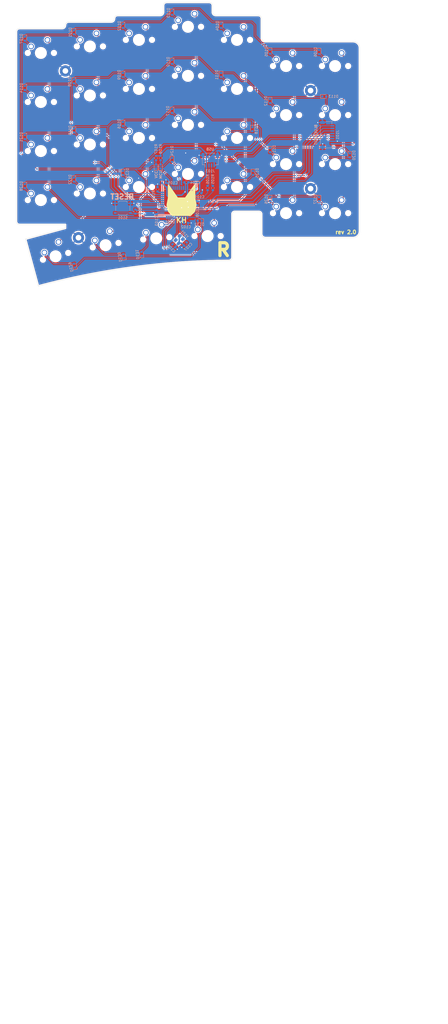
<source format=kicad_pcb>
(kicad_pcb (version 20240108) (generator "pcbnew") (generator_version "8.0")
  (layers (0 "F.Cu" signal) (31 "B.Cu" signal) (34 "B.Paste" user) (35 "F.Paste" user) (36 "B.SilkS" user "B.Silkscreen") (37 "F.SilkS" user "F.Silkscreen") (38 "B.Mask" user) (39 "F.Mask" user) (44 "Edge.Cuts" user))
  (net 0 "")
  (net 1 "GND")
  (net 2 "VCC")
  (net 3 "Net-(U101-XTAL1)")
  (net 4 "Net-(U101-XTAL2)")
  (net 5 "Net-(U101-UCAP)")
  (net 6 "USB_DM_EXT")
  (net 7 "row_0")
  (net 8 "row_1")
  (net 9 "MCU_STATUS")
  (net 10 "row_2")
  (net 11 "row_3")
  (net 12 "USB_DP_EXT")
  (net 13 "USB_DP")
  (net 14 "MISO")
  (net 15 "MOSI")
  (net 16 "BLE_RST")
  (net 17 "SCK")
  (net 18 "BLE_IRQ")
  (net 19 "BLE_CS")
  (net 20 "USB_DM")
  (net 21 "Net-(D101-A)")
  (net 22 "Net-(D102-A)")
  (net 23 "Net-(D103-A)")
  (net 24 "Net-(D104-A)")
  (net 25 "Net-(D107-A)")
  (net 26 "Net-(D108-A)")
  (net 28 "Net-(U101-~{RESET})")
  (net 29 "Net-(U101-~{HWB}{slash}PE2)")
  (net 30 "Net-(D109-A)")
  (net 31 "Net-(D110-A)")
  (net 32 "Net-(D111-A)")
  (net 33 "Net-(D112-A)")
  (net 34 "col_0")
  (net 35 "col_1")
  (net 36 "col_2")
  (net 37 "col_3")
  (net 38 "col_4")
  (net 39 "col_5")
  (net 41 "Net-(D113-A)")
  (net 42 "Net-(D114-A)")
  (net 43 "Net-(D115-A)")
  (net 44 "Net-(D116-A)")
  (net 45 "Net-(D117-A)")
  (net 46 "Net-(D118-A)")
  (net 47 "Net-(D105-A)")
  (net 48 "Net-(D106-A)")
  (net 49 "Net-(D119-A)")
  (net 50 "Net-(D120-A)")
  (net 51 "Net-(D121-A)")
  (net 52 "Net-(D122-A)")
  (net 53 "Net-(D123-A)")
  (net 54 "Net-(D124-A)")
  (net 58 "row_4")
  (net 59 "Net-(D125-A)")
  (net 60 "Net-(D126-A)")
  (net 61 "Net-(D127-A)")
  (net 62 "Net-(D128-A)")
  (net 63 "Net-(D129-A)")
  (net 64 "Net-(D130-A)")
  (net 65 "Net-(D131-A)")
  (net 66 "Net-(D132-A)")
  (net 67 "Net-(D133-A)")
  (net 68 "Net-(D134-A)")
  (net 69 "col_6")
  (footprint "MountingHole:MountingHole_2.2mm_M2_Pad_TopBottom" (layer "F.Cu") (at 146.05 59.69)
    (property "Reference" "H102" (hide yes))
    (property "Value" "MountingHole_Pad")
  )
  (footprint "CherryMX_PCB:CherryMX_1.00u_PCB" (layer "F.Cu") (at 136.525 88.265)
    (property "Reference" "SW119" (hide yes))
    (property "Value" ";")
  )
  (footprint "CherryMX_PCB:CherryMX_1.00u_PCB" (layer "F.Cu") (at 136.525 107.315)
    (property "Reference" "SW126" (hide yes))
    (property "Value" "/")
  )
  (footprint "CherryMX_PCB:CherryMX_1.00u_PCB" (layer "F.Cu") (at 46.99 124.079 15)
    (property "Reference" "SW129" (hide yes))
    (property "Value" "SPC")
  )
  (footprint "MountingHole:MountingHole_2.2mm_M2_Pad_TopBottom" (layer "F.Cu") (at 146.05 97.79)
    (property "Reference" "H101" (hide yes))
    (property "Value" "MountingHole_Pad")
  )
  (footprint "CherryMX_PCB:CherryMX_1.00u_PCB" (layer "F.Cu") (at 41.275 64.135)
    (property "Reference" "SW114" (hide yes))
    (property "Value" "C2")
  )
  (footprint "MountingHole:MountingHole_2.2mm_M2_Pad_TopBottom" (layer "F.Cu") (at 50.8 52.07)
    (property "Reference" "H103" (hide yes))
    (property "Value" "MountingHole_Pad")
  )
  (footprint "CherryMX_PCB:CherryMX_1.00u_PCB" (layer "F.Cu") (at 117.475 59.055)
    (property "Reference" "SW111" (hide yes))
    (property "Value" "O")
  )
  (footprint "CherryMX_PCB:CherryMX_1.00u_PCB" (layer "F.Cu") (at 98.425 34.925)
    (property "Reference" "SW103" (hide yes))
    (property "Value" "8")
  )
  (footprint "CherryMX_PCB:CherryMX_1.00u_PCB" (layer "F.Cu") (at 60.325 42.545)
    (property "Reference" "SW101" (hide yes))
    (property "Value" "6")
  )
  (footprint "CherryMX_PCB:CherryMX_1.00u_PCB" (layer "F.Cu") (at 98.425 73.025)
    (property "Reference" "SW117" (hide yes))
    (property "Value" "K")
  )
  (footprint "CherryMX_PCB:CherryMX_1.00u_PCB" (layer "F.Cu") (at 155.575 50.165)
    (property "Reference" "SW106" (hide yes))
    (property "Value" "-")
  )
  (footprint "CherryMX_PCB:CherryMX_1.00u_PCB" (layer "F.Cu") (at 41.275 83.185)
    (property "Reference" "SW121" (hide yes))
    (property "Value" "C3")
  )
  (footprint "CherryMX_PCB:CherryMX_1.00u_PCB" (layer "F.Cu") (at 155.575 88.265)
    (property "Reference" "SW120" (hide yes))
    (property "Value" "ENT")
  )
  (footprint "CherryMX_PCB:CherryMX_1.00u_PCB" (layer "F.Cu") (at 98.425 92.075)
    (property "Reference" "SW124" (hide yes))
    (property "Value" ",")
  )
  (footprint "CherryMX_PCB:CherryMX_1.00u_PCB" (layer "F.Cu") (at 98.425 53.975)
    (property "Reference" "SW110" (hide yes))
    (property "Value" "I")
  )
  (footprint "CherryMX_PCB:CherryMX_1.00u_PCB" (layer "F.Cu") (at 60.325 99.695)
    (property "Reference" "SW122" (hide yes))
    (property "Value" "N")
  )
  (footprint "CherryMX_PCB:CherryMX_1.00u_PCB" (layer "F.Cu") (at 41.275 102.235)
    (property "Reference" "SW128" (hide yes))
    (property "Value" "C4")
  )
  (footprint "CherryMX_PCB:CherryMX_1.00u_PCB" (layer "F.Cu") (at 60.325 61.595)
    (property "Reference" "SW108" (hide yes))
    (property "Value" "Y")
  )
  (footprint "CherryMX_PCB:CherryMX_1.00u_PCB" (layer "F.Cu") (at 79.375 78.105)
    (property "Reference" "SW116" (hide yes))
    (property "Value" "J")
  )
  (footprint "CherryMX_PCB:CherryMX_1.00u_PCB" (layer "F.Cu") (at 155.575 69.215)
    (property "Reference" "SW113" (hide yes))
    (property "Value" "BSPC")
  )
  (footprint "CherryMX_PCB:CherryMX_1.00u_PCB" (layer "F.Cu") (at 86.106 117.094 5)
    (property "Reference" "SW131" (hide yes))
    (property "Value" "M2")
  )
  (footprint "CherryMX_PCB:CherryMX_1.00u_PCB" (layer "F.Cu") (at 136.525 50.165)
    (property "Reference" "SW105" (hide yes))
    (property "Value" "0")
  )
  (footprint "CherryMX_PCB:CherryMX_1.00u_PCB" (layer "F.Cu") (at 136.525 69.215)
    (property "Reference" "SW112" (hide yes))
    (property "Value" "P")
  )
  (footprint "CherryMX_PCB:CherryMX_1.00u_PCB" (layer "F.Cu") (at 41.275 45.085)
    (property "Reference" "SW107" (hide yes))
    (property "Value" "C1")
  )
  (footprint "CherryMX_PCB:CherryMX_1.00u_PCB" (layer "F.Cu") (at 60.325 80.645)
    (property "Reference" "SW115" (hide yes))
    (property "Value" "H")
  )
  (footprint "CherryMX_PCB:CherryMX_1.00u_PCB" (layer "F.Cu") (at 79.375 59.055)
    (property "Reference" "SW109" (hide yes))
    (property "Value" "U")
  )
  (footprint "CherryMX_PCB:CherryMX_1.00u_PCB" (layer "F.Cu") (at 79.375 40.005)
    (property "Reference" "SW102" (hide yes))
    (property "Value" "7")
  )
  (footprint "CherryMX_PCB:CherryMX_1.00u_PCB" (layer "F.Cu") (at 106.045 116.205)
    (property "Reference" "SW132" (hide yes))
    (property "Value" "SUPER")
  )
  (footprint "CherryMX_PCB:CherryMX_1.00u_PCB" (layer "F.Cu") (at 117.475 97.155)
    (property "Reference" "SW125" (hide yes))
    (property "Value" ".")
  )
  (footprint "MountingHole:MountingHole_2.2mm_M2_Pad_TopBottom" (layer "F.Cu") (at 55.88 116.84)
    (property "Reference" "H104" (hide yes))
    (property "Value" "MountingHole_Pad")
  )
  (footprint "CherryMX_PCB:CherryMX_1.00u_PCB" (layer "F.Cu") (at 117.475 40.005)
    (property "Reference" "SW104" (hide yes))
    (property "Value" "9")
  )
  (footprint "CherryMX_PCB:CherryMX_1.00u_PCB" (layer "F.Cu") (at 79.375 97.155)
    (property "Reference" "SW123" (hide yes))
    (property "Value" "M")
  )
  (footprint "CherryMX_PCB:CherryMX_1.00u_PCB" (layer "F.Cu") (at 117.475 78.105)
    (property "Reference" "SW118" (hide yes))
    (property "Value" "L")
  )
  (footprint "CherryMX_PCB:CherryMX_1.00u_PCB" (layer "F.Cu") (at 66.421 119.761 10)
    (property "Reference" "SW130" (hide yes))
    (property "Value" "M1")
  )
  (footprint "CherryMX_PCB:CherryMX_1.00u_PCB" (layer "F.Cu") (at 155.575 107.315)
    (property "Reference" "SW127" (hide yes))
    (property "Value" "RSHIFT")
  )
  (footprint "Diode_SMD:D_0603_1608Metric" (layer "B.Cu") (at 130.322 82.824 -90)
    (property "Reference" "D119")
    (property "Value" "D")
  )
  (footprint "Diode_SMD:D_0603_1608Metric" (layer "B.Cu") (at 80.408949 123.127079 95)
    (property "Reference" "D131")
    (property "Value" "D")
  )
  (footprint "Capacitor_SMD:C_0603_1608Metric" (layer "B.Cu") (at 97.409 119.253 -135)
    (property "Reference" "C107")
    (property "Value" "22pF")
  )
  (footprint "Diode_SMD:D_0603_1608Metric" (layer "B.Cu") (at 73.172 72.664 -90)
    (property "Reference" "D116")
    (property "Value" "D")
  )
  (footprint "Diode_SMD:D_0603_1608Metric" (layer "B.Cu") (at 149.352 101.874 -90)
    (property "Reference" "D127")
    (property "Value" "D")
  )
  (footprint "Resistor_SMD:R_0603_1608Metric" (layer "B.Cu") (at 108.077 97.536 -90)
    (property "Reference" "R105")
    (property "Value" "22")
  )
  (footprint "Diode_SMD:D_0603_1608Metric" (layer "B.Cu") (at 35.0465 39.517 -90)
    (property "Reference" "D107")
    (property "Value" "D")
  )
  (footprint "Resistor_SMD:R_0603_1608Metric" (layer "B.Cu") (at 86.0044 85.9028 -90)
    (property "Reference" "R107")
    (property "Value" "1k")
  )
  (footprint "Diode_SMD:D_0603_1608Metric" (layer "B.Cu") (at 35.0465 77.744 -90)
    (property "Reference" "D121")
    (property "Value" "D")
  )
  (footprint "Package_QFP:TQFP-44_10x10mm_P0.8mm" (layer "B.Cu") (at 94.234 103.251 180)
    (property "Reference" "U101")
    (property "Value" "ATmega32U4")
  )
  (footprint "Diode_SMD:D_0603_1608Metric" (layer "B.Cu") (at 54.102 56.134 -90)
    (property "Reference" "D108")
    (property "Value" "D")
  )
  (footprint "Diode_SMD:D_0603_1608Metric" (layer "B.Cu") (at 54.365056 127.722209 105)
    (property "Reference" "D129")
    (property "Value" "D")
  )
  (footprint "LED_SMD:LED_0603_1608Metric" (layer "B.Cu") (at 87.7824 89.1795 90)
    (property "Reference" "D134" (hide yes))
    (property "Value" "GREEN")
  )
  (footprint "Diode_SMD:D_0603_1608Metric" (layer "B.Cu") (at 111.272 53.614 -90)
    (property "Reference" "D111")
    (property "Value" "D")
  )
  (footprint "Diode_SMD:D_0603_1608Metric" (layer "B.Cu") (at 35.0465 96.794 -90)
    (property "Reference" "D128")
    (property "Value" "D")
  )
  (footprint "Button_Switch_SMD:SW_Push_1P1T_XKB_TS-1187A" (layer "B.Cu") (at 73.1012 105.3592 180)
    (property "Reference" "S101")
    (property "Value" "reset_sw")
  )
  (footprint "Resistor_SMD:R_0603_1608Metric" (layer "B.Cu") (at 86.614 98.044 90)
    (property "Reference" "R104")
    (property "Value" "10k")
  )
  (footprint "Capacitor_SMD:C_0603_1608Metric" (layer "B.Cu") (at 89.1032 95.5548)
    (property "Reference" "C105")
    (property "Value" "4.7uF")
  )
  (footprint "Capacitor_SMD:C_0603_1608Metric" (layer "B.Cu") (at 86.233 106.934 -90)
    (property "Reference" "C103")
    (property "Value" "0.1uF")
  )
  (footprint "Diode_SMD:D_0603_1608Metric" (layer "B.Cu") (at 35.052 58.674 -90)
    (property "Reference" "D114")
    (property "Value" "D")
  )
  (footprint "Resistor_SMD:R_0603_1608Metric" (layer "B.Cu") (at 87.7824 85.9028 -90)
    (property "Reference" "R108")
    (property "Value" "1k")
  )
  (footprint "Diode_SMD:D_0603_1608Metric" (layer "B.Cu") (at 123.698 91.694 -90)
    (property "Reference" "D125")
    (property "Value" "D")
  )
  (footprint "Crystal:Crystal_SMD_Abracon_ABM8G-4Pin_3.2x2.5mm" (layer "B.Cu") (at 95.045777 117.602 45)
    (property "Reference" "Y101")
    (property "Value" "16 MHz")
  )
  (footprint "Diode_SMD:D_0603_1608Metric" (layer "B.Cu") (at 92.222 48.534 -90)
    (property "Reference" "D110")
    (property "Value" "D")
  )
  (footprint "Diode_SMD:D_0603_1608Metric" (layer "B.Cu") (at 149.3465 44.724 -90)
    (property "Reference" "D106")
    (property "Value" "D")
  )
  (footprint "Diode_SMD:D_0603_1608Metric" (layer "B.Cu") (at 92.222 67.584 -90)
    (property "Reference" "D117")
    (property "Value" "D")
  )
  (footprint "Diode_SMD:D_0603_1608Metric" (layer "B.Cu") (at 73.152 91.694 -90)
    (property "Reference" "D123")
    (property "Value" "D")
  )
  (footprint "Diode_SMD:D_0603_1608Metric" (layer "B.Cu") (at 73.48246 124.024672 100)
    (property "Reference" "D130")
    (property "Value" "D")
  )
  (footprint "Capacitor_SMD:C_0603_1608Metric" (layer "B.Cu") (at 97.663 111.125)
    (property "Reference" "C102")
    (property "Value" "0.1uF")
  )
  (footprint "Diode_SMD:D_0603_1608Metric" (layer "B.Cu") (at 130.2965 44.597 -90)
    (property "Reference" "D105")
    (property "Value" "D")
  )
  (footprint "Diode_SMD:D_0603_1608Metric" (layer "B.Cu") (at 54.122 75.204 -90)
    (property "Reference" "D115")
    (property "Value" "D")
  )
  (footprint "Connector_JST:JST_SH_SM04B-SRSS-TB_1x04-1MP_P1.00mm_Horizontal" (layer "B.Cu") (at 107.085 86.711)
    (property "Reference" "J103")
    (property "Value" "JST-PH")
  )
  (footprint "Diode_SMD:D_0603_1608Metric" (layer "B.Cu") (at 92.222 86.607 -90)
    (property "Reference" "D124")
    (property "Value" "D")
  )
  (footprint "Capacitor_SMD:C_0603_1608Metric" (layer "B.Cu") (at 92.923992 119.974992 -45)
    (property "Reference" "C106")
    (property "Value" "22pF")
  )
  (footprint "Diode_SMD:D_0603_1608Metric" (layer "B.Cu") (at 102.997 110.236 180)
    (property "Reference" "D132")
    (property "Value" "D")
  )
  (footprint "Diode_SMD:D_0603_1608Metric" (layer "B.Cu") (at 54.0965 94.254 -90)
    (property "Reference" "D122")
    (property "Value" "D")
  )
  (footprint "Diode_SMD:D_0603_1608Metric" (layer "B.Cu") (at 54.102 37.0585 -90)
    (property "Reference" "D101")
    (property "Value" "D")
  )
  (footprint "Diode_SMD:D_0603_1608Metric" (layer "B.Cu") (at 130.322 101.874 -90)
    (property "Reference" "D126")
    (property "Value" "D")
  )
  (footprint "Diode_SMD:D_0603_1608Metric" (layer "B.Cu") (at 111.2465 34.564 -90)
    (property "Reference" "D104")
    (property "Value" "D")
  )
  (footprint "Capacitor_SMD:C_0603_1608Metric" (layer "B.Cu") (at 97.803 95.377 180)
    (property "Reference" "C104")
    (property "Value" "0.1uF")
  )
  (footprint "Diode_SMD:D_0603_1608Metric" (layer "B.Cu") (at 73.172 53.614 -90)
    (property "Reference" "D109")
    (property "Value" "D")
  )
  (footprint "Capacitor_SMD:C_0603_1608Metric" (layer "B.Cu") (at 102.87 99.568)
    (property "Reference" "C101")
    (property "Value" "0.1uF")
  )
  (footprint "Diode_SMD:D_0603_1608Metric" (layer "B.Cu") (at 92.222 29.484 -90)
    (property "Reference" "D103")
    (property "Value" "D")
  )
  (footprint "Diode_SMD:D_0603_1608Metric" (layer "B.Cu") (at 151.384 61.976)
    (property "Reference" "D113")
    (property "Value" "D")
  )
  (footprint "Resistor_SMD:R_0603_1608Metric" (layer "B.Cu") (at 77.978 106.68 -90)
    (property "Reference" "R101")
    (property "Value" "10k")
  )
  (footprint "LED_SMD:LED_0603_1608Metric" (layer "B.Cu") (at 86.0044 89.1795 90)
    (property "Reference" "D133" (hide yes))
    (property "Value" "GREEN")
  )
  (footprint "Diode_SMD:D_0603_1608Metric" (layer "B.Cu") (at 73.1465 34.564 -90)
    (property "Reference" "D102")
    (property "Value" "D")
  )
  (footprint "Resistor_SMD:R_0603_1608Metric" (layer "B.Cu") (at 106.045 97.536 -90)
    (property "Reference" "R106")
    (property "Value" "22")
  )
  (footprint "Diode_SMD:D_0603_1608Metric" (layer "B.Cu") (at 123.444 74.676 -90)
    (property "Reference" "D118")
    (property "Value" "D")
  )
  (footprint "Connector_JST:JST_SH_SM08B-SRSS-TB_1x08-1MP_P1.00mm_Horizontal" (layer "B.Cu") (at 152.559 76.875 90)
    (property "Reference" "J101")
    (property "Value" "Bluefruit LE")
  )
  (footprint "Diode_SMD:D_0603_1608Metric" (layer "B.Cu") (at 130.322 63.774 -90)
    (property "Reference" "D112")
    (property "Value" "D")
  )
  (footprint "Diode_SMD:D_0603_1608Metric" (layer "B.Cu") (at 161.29 84.836 -90)
    (property "Reference" "D120")
    (property "Value" "D")
  )
  (footprint "Capacitor_SMD:C_0603_1608Metric" (layer "B.Cu") (at 102.108 103.505 90)
    (property "Reference" "C108")
    (property "Value" "1uF")
  )
  (gr_poly (pts (xy 94.361 101.473) (xy 90.8558 96.4438) (xy 90.8558 101.4222) (xy 90.3478 104.0638) (xy 90.8558 106.553) (xy 92.329 108.1278) (xy 99.441 108.1278) (xy 100.965 106.6038) (xy 101.5238 104.0638) (xy 101.0158 101.5238) (xy 101.0158 96.4438) (xy 97.409 101.473)) (stroke (width 0.5)) (fill solid) (layer "F.SilkS"))
  (gr_line (start 33.02 111.76) (end 50.8 111.76) (stroke (width 0.1)) (layer "Edge.Cuts"))
  (gr_arc (start 31.75 36.83) (mid 32.121974 35.931974) (end 33.02 35.56) (stroke (width 0.1)) (layer "Edge.Cuts"))
  (gr_arc (start 88.891006 29.21) (mid 88.522208 30.104851) (end 87.63 30.48) (stroke (width 0.1)) (layer "Edge.Cuts"))
  (gr_line (start 31.75 36.83) (end 31.75 110.49) (stroke (width 0.1)) (layer "Edge.Cuts"))
  (gr_line (start 68.58 33.02) (end 52.07 33.02) (stroke (width 0.1)) (layer "Edge.Cuts"))
  (gr_line (start 107.940974 26.67) (end 107.940974 29.21) (stroke (width 0.1)) (layer "Edge.Cuts"))
  (gr_line (start 40.26254 135.649204) (end 35.306 117.348) (stroke (width 0.1)) (layer "Edge.Cuts"))
  (gr_arc (start 115.570001 124.46) (mid 115.198026 125.358026) (end 114.3 125.730001) (stroke (width 0.1)) (layer "Edge.Cuts"))
  (gr_arc (start 128.524 116.84) (mid 127.446369 116.393631) (end 127 115.316) (stroke (width 0.1)) (layer "Edge.Cuts"))
  (gr_arc (start 125.720974 30.48) (mid 126.619 30.851974) (end 126.990974 31.75) (stroke (width 0.1)) (layer "Edge.Cuts"))
  (gr_line (start 165.090974 43.18) (end 165.1 114.3) (stroke (width 0.1)) (layer "Edge.Cuts"))
  (gr_arc (start 125.984 106.68) (mid 126.70242 106.97758) (end 127 107.696) (stroke (width 0.1)) (layer "Edge.Cuts"))
  (gr_arc (start 115.57 107.696) (mid 115.86758 106.97758) (end 116.586 106.68) (stroke (width 0.1)) (layer "Edge.Cuts"))
  (gr_arc (start 50.8 34.29) (mid 50.428026 35.188026) (end 49.53 35.56) (stroke (width 0.1)) (layer "Edge.Cuts"))
  (gr_arc (start 69.85 31.75) (mid 69.478026 32.648026) (end 68.58 33.02) (stroke (width 0.1)) (layer "Edge.Cuts"))
  (gr_arc (start 162.550974 40.64) (mid 164.347025 41.383949) (end 165.090974 43.18) (stroke (width 0.1)) (layer "Edge.Cuts"))
  (gr_arc (start 88.890974 26.67) (mid 89.262948 25.771974) (end 90.160974 25.4) (stroke (width 0.1)) (layer "Edge.Cuts"))
  (gr_line (start 125.984 106.68) (end 116.586 106.68) (stroke (width 0.1)) (layer "Edge.Cuts"))
  (gr_line (start 126.990974 31.75) (end 126.990974 39.37) (stroke (width 0.1)) (layer "Edge.Cuts"))
  (gr_arc (start 50.8 34.29) (mid 51.171974 33.391974) (end 52.07 33.02) (stroke (width 0.1)) (layer "Edge.Cuts"))
  (gr_arc (start 106.670974 25.4) (mid 107.569 25.771974) (end 107.940974 26.67) (stroke (width 0.1)) (layer "Edge.Cuts"))
  (gr_arc (start 69.85 31.75) (mid 70.221974 30.851974) (end 71.12 30.48) (stroke (width 0.1)) (layer "Edge.Cuts"))
  (gr_line (start 50.8 113.157) (end 50.8 111.76) (stroke (width 0.1)) (layer "Edge.Cuts"))
  (gr_arc (start 165.1 114.3) (mid 164.356051 116.096051) (end 162.56 116.84) (stroke (width 0.1)) (layer "Edge.Cuts"))
  (gr_line (start 127 115.316) (end 127 107.696) (stroke (width 0.1)) (layer "Edge.Cuts"))
  (gr_line (start 115.57 119.38) (end 115.57 124.46) (stroke (width 0.1)) (layer "Edge.Cuts"))
  (gr_line (start 50.8 113.157) (end 35.306 117.348) (stroke (width 0.1)) (layer "Edge.Cuts"))
  (gr_line (start 128.260974 40.64) (end 162.550974 40.64) (stroke (width 0.1)) (layer "Edge.Cuts"))
  (gr_arc (start 40.261822 135.646527) (mid 76.961209 128.301327) (end 114.3 125.730001) (stroke (width 0.1)) (layer "Edge.Cuts"))
  (gr_arc (start 33.02 111.76) (mid 32.121974 111.388026) (end 31.75 110.49) (stroke (width 0.1)) (layer "Edge.Cuts"))
  (gr_line (start 90.160974 25.4) (end 106.670974 25.4) (stroke (width 0.1)) (layer "Edge.Cuts"))
  (gr_arc (start 128.260974 40.64) (mid 127.362948 40.268026) (end 126.990974 39.37) (stroke (width 0.1)) (layer "Edge.Cuts"))
  (gr_line (start 162.56 116.84) (end 128.524 116.84) (stroke (width 0.1)) (layer "Edge.Cuts"))
  (gr_line (start 88.890974 26.67) (end 88.890974 29.21) (stroke (width 0.1)) (layer "Edge.Cuts"))
  (gr_line (start 87.63 30.48) (end 71.12 30.48) (stroke (width 0.1)) (layer "Edge.Cuts"))
  (gr_line (start 109.210974 30.48) (end 125.720974 30.48) (stroke (width 0.1)) (layer "Edge.Cuts"))
  (gr_arc (start 109.210974 30.48) (mid 108.312948 30.108026) (end 107.940974 29.21) (stroke (width 0.1)) (layer "Edge.Cuts"))
  (gr_line (start 49.53 35.56) (end 33.02 35.56) (stroke (width 0.1)) (layer "Edge.Cuts"))
  (gr_line (start 115.57 107.696) (end 115.57 119.38) (stroke (width 0.1)) (layer "Edge.Cuts"))
  (gr_text "MCU" (at 88.4428 94.0816 90) (layer "B.SilkS") (effects (font (size 1 1) (thickness 0.2) (bold yes)) (justify left bottom)))
  (gr_text "BLUEFRUIT" (at 148.717 76.835 90) (layer "B.SilkS") (effects (font (size 1 1) (thickness 0.2) (bold yes)) (justify bottom mirror)))
  (gr_text "USB" (at 107.061 83.058 0) (layer "B.SilkS") (effects (font (size 1 1) (thickness 0.2) (bold yes)) (justify bottom mirror)))
  (gr_text "VCC" (at 86.6648 93.8784 90) (layer "B.SilkS") (effects (font (size 1 1) (thickness 0.2) (bold yes)) (justify left bottom)))
  (gr_text "RESET" (at 77.724 102.108 0) (layer "B.SilkS") (effects (font (size 2 2) (thickness 0.5) (bold yes)) (justify left bottom mirror)))
  (gr_text "KH" (at 95.885 111.252 0) (layer "F.SilkS") (effects (font (size 2 2) (thickness 0.4) (bold yes)) (justify bottom)))
  (gr_text "rev 2.0" (at 159.766 115.57 0) (layer "F.SilkS") (effects (font (size 1.5 1.5) (thickness 0.375) (bold yes)) (justify bottom)))
  (gr_text "R" (at 108.839 124.46 0) (layer "F.SilkS") (effects (font (size 5 5) (thickness 1.25) (bold yes)) (justify left bottom)))
  (via (at 86.614 96.012) (size 0.8) (drill 0.4) (layers "F.Cu" "B.Cu") (net 1))
  (via (at 99.695 111.125) (size 0.8) (drill 0.4) (layers "F.Cu" "B.Cu") (net 1))
  (via (at 104.013 98.298) (size 0.8) (drill 0.4) (layers "F.Cu" "B.Cu") (net 1))
  (via (at 77.4192 103.4796) (size 0.8) (drill 0.4) (layers "F.Cu" "B.Cu") (net 1))
  (via (at 148.844 72.136) (size 0.8) (drill 0.4) (layers "F.Cu" "B.Cu") (net 1))
  (via (at 96.012 120.65) (size 0.8) (drill 0.4) (layers "F.Cu" "B.Cu") (net 1))
  (via (at 68.7832 103.4796) (size 0.8) (drill 0.4) (layers "F.Cu" "B.Cu") (net 1))
  (via (at 98.2472 102.8192) (size 0.8) (drill 0.4) (layers "F.Cu" "B.Cu") (net 1))
  (via (at 84.328 87.63) (size 0.8) (drill 0.4) (layers "F.Cu" "B.Cu") (net 1))
  (via (at 94.2975 121.3485) (size 0.8) (drill 0.4) (layers "F.Cu" "B.Cu") (net 1))
  (via (at 102.743 84.836) (size 0.8) (drill 0.4) (layers "F.Cu" "B.Cu") (net 1))
  (via (at 150.749 80.391) (size 0.8) (drill 0.4) (layers "F.Cu" "B.Cu") (net 1))
  (via (at 95.784 110.485617) (size 0.8) (drill 0.4) (layers "F.Cu" "B.Cu") (net 1))
  (via (at 89.8652 94.3864) (size 0.8) (drill 0.4) (layers "F.Cu" "B.Cu") (net 1))
  (via (at 84.9376 107.2388) (size 0.8) (drill 0.4) (layers "F.Cu" "B.Cu") (net 1))
  (via (at 97.536 83.947) (size 0.8) (drill 0.4) (layers "F.Cu" "B.Cu") (net 1))
  (via (at 156.464 79.375) (size 0.8) (drill 0.4) (layers "F.Cu" "B.Cu") (net 1))
  (via (at 79.248 93.726) (size 0.8) (drill 0.4) (layers "F.Cu" "B.Cu") (net 1))
  (via (at 111.506 84.836) (size 0.8) (drill 0.4) (layers "F.Cu" "B.Cu") (net 1))
  (via (at 97.282 99.06) (size 0.8) (drill 0.4) (layers "F.Cu" "B.Cu") (net 1))
  (via (at 84.6836 91.1352) (size 0.8) (drill 0.4) (layers "F.Cu" "B.Cu") (net 1))
  (segment (start 99.934 102.451) (end 98.6154 102.451) (width 0.5) (layer "B.Cu") (net 1))
  (segment (start 95.036158 118.8137) (end 95.036158 116.409538) (width 0.5) (layer "B.Cu") (net 1))
  (segment (start 96.040842 118.980858) (end 96.860992 119.801008) (width 0.5) (layer "B.Cu") (net 1))
  (segment (start 98.438 111.125) (end 99.695 111.125) (width 0.5) (layer "B.Cu") (net 1))
  (segment (start 88.534 107.251) (end 86.691 107.251) (width 0.5) (layer "B.Cu") (net 1))
  (segment (start 97.282 99.06) (end 97.434 98.908) (width 0.5) (layer "B.Cu") (net 1))
  (segment (start 97.434 98.908) (end 97.434 97.551) (width 0.5) (layer "B.Cu") (net 1))
  (segment (start 91.034 97.551) (end 91.034 99.094082) (width 0.5) (layer "B.Cu") (net 1))
  (segment (start 97.434 97.551) (end 97.434 95.783) (width 0.5) (layer "B.Cu") (net 1))
  (segment (start 77.4146 103.4842) (end 77.4192 103.4796) (width 0.5) (layer "B.Cu") (net 1))
  (segment (start 98.6154 102.451) (end 98.2472 102.8192) (width 0.5) (layer "B.Cu") (net 1))
  (segment (start 103.645 99.568) (end 104.013 99.2) (width 0.5) (layer "B.Cu") (net 1))
  (segment (start 76.1012 103.4842) (end 77.4146 103.4842) (width 0.5) (layer "B.Cu") (net 1))
  (segment (start 109.885 84.836) (end 111.506 84.836) (width 0.5) (layer "B.Cu") (net 1))
  (segment (start 93.472 120.523) (end 94.2975 121.3485) (width 0.5) (layer "B.Cu") (net 1))
  (segment (start 95.834 110.435617) (end 95.784 110.485617) (width 0.5) (layer "B.Cu") (net 1))
  (segment (start 84.9376 107.2388) (end 85.4078 107.709) (width 0.5) (layer "B.Cu") (net 1))
  (segment (start 70.1012 103.4842) (end 68.7878 103.4842) (width 0.5) (layer "B.Cu") (net 1))
  (segment (start 91.034 99.094082) (end 92.269918 100.33) (width 0.5) (layer "B.Cu") (net 1))
  (segment (start 95.834 108.951) (end 95.834 110.435617) (width 0.5) (layer "B.Cu") (net 1))
  (segment (start 89.8782 94.3994) (end 89.8652 94.3864) (width 0.5) (layer "B.Cu") (net 1))
  (segment (start 94.869 118.980858) (end 96.040842 118.980858) (width 0.5) (layer "B.Cu") (net 1))
  (segment (start 150.684 72.075) (end 148.905 72.075) (width 0.5) (layer "B.Cu") (net 1))
  (segment (start 104.285 84.836) (end 102.743 84.836) (width 0.5) (layer "B.Cu") (net 1))
  (segment (start 86.614 97.219) (end 86.614 96.012) (width 0.5) (layer "B.Cu") (net 1))
  (segment (start 97.434 95.783) (end 97.028 95.377) (width 0.5) (layer "B.Cu") (net 1))
  (segment (start 91.034 97.551) (end 91.034 96.301) (width 0.5) (layer "B.Cu") (net 1))
  (segment (start 101.829 102.451) (end 102.108 102.73) (width 0.5) (layer "B.Cu") (net 1))
  (segment (start 92.269918 100.33) (end 96.012 100.33) (width 0.5) (layer "B.Cu") (net 1))
  (segment (start 94.869 118.980858) (end 95.036158 118.8137) (width 0.5) (layer "B.Cu") (net 1))
  (segment (start 85.4078 107.709) (end 86.233 107.709) (width 0.5) (layer "B.Cu") (net 1))
  (segment (start 96.012 100.33) (end 97.282 99.06) (width 0.5) (layer "B.Cu") (net 1))
  (segment (start 148.905 72.075) (end 148.844 72.136) (width 0.5) (layer "B.Cu") (net 1))
  (segment (start 93.472 120.377858) (end 94.869 118.980858) (width 0.5) (layer "B.Cu") (net 1))
  (segment (start 85.8518 89.967) (end 84.6836 91.1352) (width 0.3) (layer "B.Cu") (net 1))
  (segment (start 156.464 79.375) (end 154.559 79.375) (width 0.5) (layer "B.Cu") (net 1))
  (segment (start 99.934 102.451) (end 101.829 102.451) (width 0.5) (layer "B.Cu") (net 1))
  (segment (start 90.2878 95.5548) (end 89.8782 95.5548) (width 0.5) (layer "B.Cu") (net 1))
  (segment (start 86.691 107.251) (end 86.233 107.709) (width 0.5) (layer "B.Cu") (net 1))
  (segment (start 93.472 120.523) (end 93.472 120.377858) (width 0.5) (layer "B.Cu") (net 1))
  (segment (start 86.0044 89.967) (end 85.8518 89.967) (width 0.3) (layer "B.Cu") (net 1))
  (segment (start 150.684 81.675) (end 150.684 80.456) (width 0.5) (layer "B.Cu") (net 1))
  (segment (start 95.036158 116.409538) (end 95.222554 116.223142) (width 0.5) (layer "B.Cu") (net 1))
  (segment (start 91.034 96.301) (end 90.2878 95.5548) (width 0.5) (layer "B.Cu") (net 1))
  (segment (start 89.8782 95.5548) (end 89.8782 94.3994) (width 0.5) (layer "B.Cu") (net 1))
  (segment (start 68.7878 103.4842) (end 68.7832 103.4796) (width 0.5) (layer "B.Cu") (net 1))
  (segment (start 96.860992 119.801008) (end 96.012 120.65) (width 0.5) (layer "B.Cu") (net 1))
  (segment (start 150.684 80.456) (end 150.749 80.391) (width 0.5) (layer "B.Cu") (net 1))
  (segment (start 104.013 99.2) (end 104.013 98.298) (width 0.5) (layer "B.Cu") (net 1))
  (segment (start 162.941 80.01) (end 162.56 80.391) (width 0.5) (layer "F.Cu") (net 2))
  (segment (start 124.968 78.5876) (end 124.968 44.45) (width 0.5) (layer "F.Cu") (net 2))
  (segment (start 161.163 41.91) (end 162.941 43.688) (width 0.5) (layer "F.Cu") (net 2))
  (segment (start 127.508 41.91) (end 161.163 41.91) (width 0.5) (layer "F.Cu") (net 2))
  (segment (start 162.941 43.688) (end 162.941 80.01) (width 0.5) (layer "F.Cu") (net 2))
  (segment (start 124.968 44.45) (end 127.508 41.91) (width 0.5) (layer "F.Cu") (net 2))
  (via (at 124.968 78.5876) (size 0.8) (drill 0.4) (layers "F.Cu" "B.Cu") (net 2))
  (via (at 162.56 80.391) (size 0.8) (drill 0.4) (layers "F.Cu" "B.Cu") (net 2))
  (segment (start 87.7824 85.0778) (end 86.0044 85.0778) (width 0.5) (layer "B.Cu") (net 2))
  (segment (start 98.234 101.41) (end 95.609 104.035) (width 0.5) (layer "B.Cu") (net 2))
  (segment (start 105.585 87.139122) (end 105.585 84.139122) (width 0.5) (layer "B.Cu") (net 2))
  (segment (start 98.234 95.721) (end 98.578 95.377) (width 0.5) (layer "B.Cu") (net 2))
  (segment (start 105.585 92.789) (end 102.997 95.377) (width 0.5) (layer "B.Cu") (net 2))
  (segment (start 98.64 100.051) (end 98.234 100.457) (width 0.5) (layer "B.Cu") (net 2))
  (segment (start 162.56 80.391) (end 162.544 80.375) (width 0.5) (layer "B.Cu") (net 2))
  (segment (start 98.234 100.457) (end 98.234 101.41) (width 0.5) (layer "B.Cu") (net 2))
  (segment (start 95.609 104.035) (end 95.609 104.051) (width 0.5) (layer "B.Cu") (net 2))
  (segment (start 87.7824 84.1766) (end 87.7824 85.0778) (width 0.5) (layer "B.Cu") (net 2))
  (segment (start 102.997 98.666) (end 102.997 95.377) (width 0.5) (layer "B.Cu") (net 2))
  (segment (start 105.585 84.139122) (end 103.303878 81.858) (width 0.5) (layer "B.Cu") (net 2))
  (segment (start 93.891 104.051) (end 95.609 104.051) (width 0.5) (layer "B.Cu") (net 2))
  (segment (start 98.234 97.551) (end 98.234 100.457) (width 0.5) (layer "B.Cu") (net 2))
  (segment (start 99.934 100.051) (end 98.64 100.051) (width 0.5) (layer "B.Cu") (net 2))
  (segment (start 96.634 107.826) (end 96.634 108.951) (width 0.5) (layer "B.Cu") (net 2))
  (segment (start 102.997 95.377) (end 98.578 95.377) (width 0.5) (layer "B.Cu") (net 2))
  (segment (start 88.534 106.451) (end 93.193 106.451) (width 0.5) (layer "B.Cu") (net 2))
  (segment (start 90.234 97.551) (end 90.234 100.394) (width 0.5) (layer "B.Cu") (net 2))
  (segment (start 162.544 80.375) (end 154.559 80.375) (width 0.5) (layer "B.Cu") (net 2))
  (segment (start 102.095 99.568) (end 102.997 98.666) (width 0.5) (layer "B.Cu") (net 2))
  (segment (start 93.193 106.451) (end 95.259 106.451) (width 0.5) (layer "B.Cu") (net 2))
  (segment (start 124.968 79.6544) (end 122.5296 82.0928) (width 0.5) (layer "B.Cu") (net 2))
  (segment (start 96.888 111.125) (end 96.634 110.871) (width 0.5) (layer "B.Cu") (net 2))
  (segment (start 78.282 106.159) (end 77.978 105.855) (width 0.5) (layer "B.Cu") (net 2))
  (segment (start 88.534 106.451) (end 86.525 106.451) (width 0.5) (layer "B.Cu") (net 2))
  (segment (start 90.234 100.394) (end 93.891 104.051) (width 0.5) (layer "B.Cu") (net 2))
  (segment (start 99.441 81.858) (end 90.101 81.858) (width 0.5) (layer "B.Cu") (net 2))
  (segment (start 103.303878 81.858) (end 100.337 81.858) (width 0.5) (layer "B.Cu") (net 2))
  (segment (start 90.234 97.551) (end 90.234 97.4606) (width 0.5) (layer "B.Cu") (net 2))
  (segment (start 99.934 100.051) (end 101.612 100.051) (width 0.5) (layer "B.Cu") (net 2))
  (segment (start 105.585 88.711) (end 105.585 87.139122) (width 0.5) (layer "B.Cu") (net 2))
  (segment (start 109.4232 82.0928) (end 105.585 85.931) (width 0.5) (layer "B.Cu") (net 2))
  (segment (start 124.968 78.5876) (end 124.968 79.6544) (width 0.5) (layer "B.Cu") (net 2))
  (segment (start 93.193 106.451) (end 95.609 104.035) (width 0.5) (layer "B.Cu") (net 2))
  (segment (start 90.234 97.4606) (end 88.3282 95.5548) (width 0.5) (layer "B.Cu") (net 2))
  (segment (start 95.259 106.451) (end 96.634 107.826) (width 0.5) (layer "B.Cu") (net 2))
  (segment (start 86.525 106.451) (end 86.233 106.159) (width 0.5) (layer "B.Cu") (net 2))
  (segment (start 98.234 97.551) (end 98.234 95.721) (width 0.5) (layer "B.Cu") (net 2))
  (segment (start 100.337 81.858) (end 99.441 81.858) (width 0.5) (layer "B.Cu") (net 2))
  (segment (start 122.5296 82.0928) (end 109.4232 82.0928) (width 0.5) (layer "B.Cu") (net 2))
  (segment (start 101.612 100.051) (end 102.095 99.568) (width 0.5) (layer "B.Cu") (net 2))
  (segment (start 90.101 81.858) (end 87.7824 84.1766) (width 0.5) (layer "B.Cu") (net 2))
  (segment (start 96.634 110.871) (end 96.634 108.951) (width 0.5) (layer "B.Cu") (net 2))
  (segment (start 105.585 85.931) (end 105.585 87.139122) (width 0.5) (layer "B.Cu") (net 2))
  (segment (start 105.585 88.711) (end 105.585 92.789) (width 0.5) (layer "B.Cu") (net 2))
  (segment (start 86.233 106.159) (end 78.282 106.159) (width 0.5) (layer "B.Cu") (net 2))
  (segment (start 95.609 104.051) (end 99.934 104.051) (width 0.5) (layer "B.Cu") (net 2))
  (segment (start 92.375984 119.426984) (end 93.666919 118.136049) (width 0.2) (layer "B.Cu") (net 3))
  (segment (start 94.234 115.189) (end 93.666919 115.756081) (width 0.2) (layer "B.Cu") (net 3))
  (segment (start 93.666919 118.136049) (end 93.666919 117.778777) (width 0.2) (layer "B.Cu") (net 3))
  (segment (start 94.234 108.951) (end 94.234 115.189) (width 0.2) (layer "B.Cu") (net 3))
  (segment (start 93.666919 115.756081) (end 93.666919 117.778777) (width 0.2) (layer "B.Cu") (net 3))
  (segment (start 95.034 108.951) (end 95.034 114.084) (width 0.2) (layer "B.Cu") (net 4))
  (segment (start 96.441793 117.408065) (end 96.424635 117.425223) (width 0.2) (layer "B.Cu") (net 4))
  (segment (start 95.034 114.084) (end 96.441793 115.491793) (width 0.2) (layer "B.Cu") (net 4))
  (segment (start 96.441793 115.491793) (end 96.441793 117.408065) (width 0.2) (layer "B.Cu") (net 4))
  (segment (start 96.677239 117.425223) (end 96.424635 117.425223) (width 0.2) (layer "B.Cu") (net 4))
  (segment (start 97.957008 118.704992) (end 96.677239 117.425223) (width 0.2) (layer "B.Cu") (net 4))
  (segment (start 99.934 103.251) (end 101.079 103.251) (width 0.5) (layer "B.Cu") (net 5))
  (segment (start 101.079 103.251) (end 102.108 104.28) (width 0.5) (layer "B.Cu") (net 5))
  (segment (start 106.045 96.711) (end 106.585 96.171) (width 0.2) (layer "B.Cu") (net 6))
  (segment (start 106.585 96.171) (end 106.585 88.711) (width 0.2) (layer "B.Cu") (net 6))
  (segment (start 39.751 90.1446) (end 39.751 90.17) (width 0.3) (layer "F.Cu") (net 7))
  (segment (start 66.421 90.932) (end 68.58 93.091) (width 0.3) (layer "F.Cu") (net 7))
  (segment (start 33.6804 84.074) (end 39.751 90.1446) (width 0.3) (layer "F.Cu") (net 7))
  (via (at 33.6804 84.074) (size 0.8) (drill 0.4) (layers "F.Cu" "B.Cu") (net 7))
  (via (at 66.421 90.932) (size 0.8) (drill 0.4) (layers "F.Cu" "B.Cu") (net 7))
  (via (at 39.751 90.17) (size 0.8) (drill 0.4) (layers "F.Cu" "B.Cu") (net 7))
  (via (at 68.58 93.091) (size 0.8) (drill 0.4) (layers "F.Cu" "B.Cu") (net 7))
  (segment (start 92.9785 27.94) (end 92.222 28.6965) (width 0.3) (layer "B.Cu") (net 7))
  (segment (start 73.1465 33.7875) (end 71.374 35.56) (width 0.3) (layer "B.Cu") (net 7))
  (segment (start 124.46 34.29) (end 123.19 33.02) (width 0.3) (layer "B.Cu") (net 7))
  (segment (start 87.8985 33.02) (end 73.914 33.02) (width 0.3) (layer "B.Cu") (net 7))
  (segment (start 72.898 101.6) (end 83.312 101.6) (width 0.3) (layer "B.Cu") (net 7))
  (segment (start 102.87 27.94) (end 92.9785 27.94) (width 0.3) (layer "B.Cu") (net 7))
  (segment (start 35.0465 38.7295) (end 33.655 40.121) (width 0.3) (layer "B.Cu") (net 7))
  (segment (start 68.58 97.282) (end 72.898 101.6) (width 0.3) (layer "B.Cu") (net 7))
  (segment (start 112.003 33.02) (end 107.95 33.02) (width 0.3) (layer "B.Cu") (net 7))
  (segment (start 39.751 90.17) (end 65.659 90.17) (width 0.3) (layer "B.Cu") (net 7))
  (segment (start 54.102 36.322) (end 52.324 38.1) (width 0.3) (layer "B.Cu") (net 7))
  (segment (start 73.1465 33.7765) (end 73.1465 33.7875) (width 0.3) (layer "B.Cu") (net 7))
  (segment (start 65.659 90.17) (end 66.421 90.932) (width 0.3) (layer "B.Cu") (net 7))
  (segment (start 33.655 40.121) (end 33.655 40.64) (width 0.3) (layer "B.Cu") (net 7))
  (segment (start 107.95 33.02) (end 102.87 27.94) (width 0.3) (layer "B.Cu") (net 7))
  (segment (start 35.676 38.1) (end 35.0465 38.7295) (width 0.3) (layer "B.Cu") (net 7))
  (segment (start 54.102 36.271) (end 54.102 36.322) (width 0.3) (layer "B.Cu") (net 7))
  (segment (start 52.324 38.1) (end 35.676 38.1) (width 0.3) (layer "B.Cu") (net 7))
  (segment (start 129.821501 43.8095) (end 124.46 38.447999) (width 0.3) (layer "B.Cu") (net 7))
  (segment (start 124.46 38.447999) (end 124.46 34.29) (width 0.3) (layer "B.Cu") (net 7))
  (segment (start 149.045 43.635) (end 130.471 43.635) (width 0.3) (layer "B.Cu") (net 7))
  (segment (start 68.58 93.091) (end 68.58 97.282) (width 0.3) (layer "B.Cu") (net 7))
  (segment (start 83.312 101.6) (end 84.163 102.451) (width 0.3) (layer "B.Cu") (net 7))
  (segment (start 149.3465 43.9365) (end 149.045 43.635) (width 0.3) (layer "B.Cu") (net 7))
  (segment (start 73.1465 33.7765) (end 73.1575 33.7765) (width 0.3) (layer "B.Cu") (net 7))
  (segment (start 33.655 40.64) (end 33.655 84.074) (width 0.3) (layer "B.Cu") (net 7))
  (segment (start 130.2965 43.8095) (end 129.821501 43.8095) (width 0.3) (layer "B.Cu") (net 7))
  (segment (start 84.163 102.451) (end 88.534 102.451) (width 0.3) (layer "B.Cu") (net 7))
  (segment (start 112.003 33.02) (end 111.2465 33.7765) (width 0.3) (layer "B.Cu") (net 7))
  (segment (start 33.655 84.074) (end 33.6804 84.074) (width 0.3) (layer "B.Cu") (net 7))
  (segment (start 71.374 35.56) (end 54.813 35.56) (width 0.3) (layer "B.Cu") (net 7))
  (segment (start 92.9785 27.94) (end 87.8985 33.02) (width 0.3) (layer "B.Cu") (net 7))
  (segment (start 54.813 35.56) (end 54.102 36.271) (width 0.3) (layer "B.Cu") (net 7))
  (segment (start 130.471 43.635) (end 130.2965 43.8095) (width 0.3) (layer "B.Cu") (net 7))
  (segment (start 123.19 33.02) (end 112.003 33.02) (width 0.3) (layer "B.Cu") (net 7))
  (segment (start 73.1575 33.7765) (end 73.914 33.02) (width 0.3) (layer "B.Cu") (net 7))
  (segment (start 69.85 92.71) (end 67.31 90.17) (width 0.3) (layer "F.Cu") (net 8))
  (segment (start 53.086 72.136) (end 53.086 84.836) (width 0.3) (layer "F.Cu") (net 8))
  (segment (start 69.85 93.091) (end 69.85 92.71) (width 0.3) (layer "F.Cu") (net 8))
  (segment (start 53.086 84.836) (end 55.88 87.63) (width 0.3) (layer "F.Cu") (net 8))
  (segment (start 55.88 87.63) (end 62.23 87.63) (width 0.3) (layer "F.Cu") (net 8))
  (via (at 69.85 93.091) (size 0.8) (drill 0.4) (layers "F.Cu" "B.Cu") (net 8))
  (via (at 53.086 72.136) (size 0.8) (drill 0.4) (layers "F.Cu" "B.Cu") (net 8))
  (via (at 62.23 87.63) (size 0.8) (drill 0.4) (layers "F.Cu" "B.Cu") (net 8))
  (via (at 67.31 90.17) (size 0.8) (drill 0.4) (layers "F.Cu" "B.Cu") (net 8))
  (segment (start 87.8985 52.07) (end 92.222 47.7465) (width 0.3) (layer "B.Cu") (net 8))
  (segment (start 119.253 55.88) (end 121.539 55.88) (width 0.3) (layer "B.Cu") (net 8))
  (segment (start 54.102 55.3465) (end 53.086 56.3625) (width 0.3) (layer "B.Cu") (net 8))
  (segment (start 121.539 55.88) (end 127.635 61.976) (width 0.3) (layer "B.Cu") (net 8))
  (segment (start 150.2155 62.357) (end 150.5965 61.976) (width 0.3) (layer "B.Cu") (net 8))
  (segment (start 54.8385 54.61) (end 67.564 54.61) (width 0.3) (layer "B.Cu") (net 8))
  (segment (start 73.914 52.07) (end 87.8985 52.07) (width 0.3) (layer "B.Cu") (net 8))
  (segment (start 53.086 57.15) (end 53.086 56.3625) (width 0.3) (layer "B.Cu") (net 8))
  (segment (start 128.016 62.357) (end 150.2155 62.357) (width 0.3) (layer "B.Cu") (net 8))
  (segment (start 108.7065 52.8265) (end 111.272 52.8265) (width 0.3) (layer "B.Cu") (net 8))
  (segment (start 111.272 52.8265) (end 116.1995 52.8265) (width 0.3) (layer "B.Cu") (net 8))
  (segment (start 116.1995 52.8265) (end 119.253 55.88) (width 0.3) (layer "B.Cu") (net 8))
  (segment (start 69.3475 52.8265) (end 73.172 52.8265) (width 0.3) (layer "B.Cu") (net 8))
  (segment (start 73.914 52.0845) (end 73.914 52.07) (width 0.3) (layer "B.Cu") (net 8))
  (segment (start 128.6455 62.9865) (end 127.635 61.976) (width 0.3) (layer "B.Cu") (net 8))
  (segment (start 92.222 47.7465) (end 92.9785 46.99) (width 0.3) (layer "B.Cu") (net 8))
  (segment (start 35.814 57.15) (end 52.2985 57.15) (width 0.3) (layer "B.Cu") (net 8))
  (segment (start 102.87 46.99) (end 108.7065 52.8265) (width 0.3) (layer "B.Cu") (net 8))
  (segment (start 69.85 93.091) (end 69.85 97.028) (width 0.3) (layer "B.Cu") (net 8))
  (segment (start 54.102 55.3465) (end 54.8385 54.61) (width 0.3) (layer "B.Cu") (net 8))
  (segment (start 69.85 97.028) (end 73.406 100.584) (width 0.3) (layer "B.Cu") (net 8))
  (segment (start 64.77 87.63) (end 67.31 90.17) (width 0.3) (layer "B.Cu") (net 8))
  (segment (start 73.406 100.584) (end 83.566 100.584) (width 0.3) (layer "B.Cu") (net 8))
  (segment (start 84.633 101.651) (end 88.534 101.651) (width 0.3) (layer "B.Cu") (net 8))
  (segment (start 35.0775 57.8865) (end 35.814 57.15) (width 0.3) (layer "B.Cu") (net 8))
  (segment (start 67.564 54.61) (end 69.3475 52.8265) (width 0.3) (layer "B.Cu") (net 8))
  (segment (start 92.9785 46.99) (end 102.87 46.99) (width 0.3) (layer "B.Cu") (net 8))
  (segment (start 52.2985 57.15) (end 53.086 56.3625) (width 0.3) (layer "B.Cu") (net 8))
  (segment (start 130.322 62.9865) (end 128.6455 62.9865) (width 0.3) (layer "B.Cu") (net 8))
  (segment (start 73.172 52.8265) (end 73.914 52.0845) (width 0.3) (layer "B.Cu") (net 8))
  (segment (start 127.635 61.976) (end 128.016 62.357) (width 0.3) (layer "B.Cu") (net 8))
  (segment (start 62.23 87.63) (end 64.77 87.63) (width 0.3) (layer "B.Cu") (net 8))
  (segment (start 35.052 57.8865) (end 35.0775 57.8865) (width 0.3) (layer "B.Cu") (net 8))
  (segment (start 53.086 72.136) (end 53.086 57.15) (width 0.3) (layer "B.Cu") (net 8))
  (segment (start 83.566 100.584) (end 84.633 101.651) (width 0.3) (layer "B.Cu") (net 8))
  (segment (start 91.834 94.0186) (end 91.834 97.551) (width 0.3) (layer "B.Cu") (net 9))
  (segment (start 87.7824 89.967) (end 91.834 94.0186) (width 0.3) (layer "B.Cu") (net 9))
  (segment (start 140.589 81.661) (end 155.067 81.661) (width 0.3) (layer "F.Cu") (net 10))
  (segment (start 71.12 92.329) (end 68.326 89.535) (width 0.3) (layer "F.Cu") (net 10))
  (segment (start 126.619 78.613) (end 126.619 79.629) (width 0.3) (layer "F.Cu") (net 10))
  (segment (start 126.619 79.629) (end 129.032 82.042) (width 0.3) (layer "F.Cu") (net 10))
  (segment (start 71.12 93.091) (end 71.12 92.329) (width 0.3) (layer "F.Cu") (net 10))
  (via (at 155.067 81.661) (size 0.8) (drill 0.4) (layers "F.Cu" "B.Cu") (net 10))
  (via (at 71.12 93.091) (size 0.8) (drill 0.4) (layers "F.Cu" "B.Cu") (net 10))
  (via (at 126.619 78.613) (size 0.8) (drill 0.4) (layers "F.Cu" "B.Cu") (net 10))
  (via (at 68.326 89.535) (size 0.8) (drill 0.4) (layers "F.Cu" "B.Cu") (net 10))
  (via (at 129.032 82.042) (size 0.8) (drill 0.4) (layers "F.Cu" "B.Cu") (net 10))
  (via (at 140.589 81.661) (size 0.8) (drill 0.4) (layers "F.Cu" "B.Cu") (net 10))
  (segment (start 35.0575 76.9565) (end 35.814 76.2) (width 0.3) (layer "B.Cu") (net 10))
  (segment (start 126.619 74.549) (end 123.19 71.12) (width 0.3) (layer "B.Cu") (net 10))
  (segment (start 69.0935 71.8765) (end 73.172 71.8765) (width 0.3) (layer "B.Cu") (net 10))
  (segment (start 73.9285 71.12) (end 87.8985 71.12) (width 0.3) (layer "B.Cu") (net 10))
  (segment (start 130.322 82.0365) (end 130.6235 81.735) (width 0.3) (layer "B.Cu") (net 10))
  (segment (start 129.0375 82.0365) (end 129.032 82.042) (width 0.3) (layer "B.Cu") (net 10))
  (segment (start 123.19 71.12) (end 110.5155 71.12) (width 0.3) (layer "B.Cu") (net 10))
  (segment (start 158.9025 81.661) (end 161.29 84.0485) (width 0.3) (layer "B.Cu") (net 10))
  (segment (start 130.322 82.0365) (end 129.0375 82.0365) (width 0.3) (layer "B.Cu") (net 10))
  (segment (start 130.6235 81.735) (end 140.515 81.735) (width 0.3) (layer "B.Cu") (net 10))
  (segment (start 68.326 89.535) (end 67.31 88.519) (width 0.3) (layer "B.Cu") (net 10))
  (segment (start 74.041 99.695) (end 83.947 99.695) (width 0.3) (layer "B.Cu") (net 10))
  (segment (start 140.515 81.735) (end 140.589 81.661) (width 0.3) (layer "B.Cu") (net 10))
  (segment (start 83.947 99.695) (end 85.103 100.851) (width 0.3) (layer "B.Cu") (net 10))
  (segment (start 71.12 96.774) (end 74.041 99.695) (width 0.3) (layer "B.Cu") (net 10))
  (segment (start 71.12 93.091) (end 71.12 96.774) (width 0.3) (layer "B.Cu") (net 10))
  (segment (start 54.1075 74.4165) (end 54.122 74.4165) (width 0.3) (layer "B.Cu") (net 10))
  (segment (start 35.0465 76.9565) (end 35.0575 76.9565) (width 0.3) (layer "B.Cu") (net 10))
  (segment (start 67.31 88.519) (end 67.31 73.66) (width 0.3) (layer "B.Cu") (net 10))
  (segment (start 85.103 100.851) (end 88.534 100.851) (width 0.3) (layer "B.Cu") (net 10))
  (segment (start 73.172 71.8765) (end 73.9285 71.12) (width 0.3) (layer "B.Cu") (net 10))
  (segment (start 123.444 71.374) (end 123.444 73.8885) (width 0.3) (layer "B.Cu") (net 10))
  (segment (start 92.222 66.7965) (end 92.222 66.782) (width 0.3) (layer "B.Cu") (net 10))
  (segment (start 126.619 78.613) (end 126.619 74.549) (width 0.3) (layer "B.Cu") (net 10))
  (segment (start 155.067 81.661) (end 158.9025 81.661) (width 0.3) (layer "B.Cu") (net 10))
  (segment (start 54.122 74.4165) (end 54.8785 73.66) (width 0.3) (layer "B.Cu") (net 10))
  (segment (start 92.964 66.04) (end 102.87 66.04) (width 0.3) (layer "B.Cu") (net 10))
  (segment (start 54.8785 73.66) (end 67.31 73.66) (width 0.3) (layer "B.Cu") (net 10))
  (segment (start 102.87 66.04) (end 107.95 71.12) (width 0.3) (layer "B.Cu") (net 10))
  (segment (start 35.814 76.2) (end 52.324 76.2) (width 0.3) (layer "B.Cu") (net 10))
  (segment (start 67.31 73.66) (end 69.0935 71.8765) (width 0.3) (layer "B.Cu") (net 10))
  (segment (start 52.324 76.2) (end 54.1075 74.4165) (width 0.3) (layer "B.Cu") (net 10))
  (segment (start 87.8985 71.12) (end 92.222 66.7965) (width 0.3) (layer "B.Cu") (net 10))
  (segment (start 123.19 71.12) (end 123.444 71.374) (width 0.3) (layer "B.Cu") (net 10))
  (segment (start 107.95 71.12) (end 110.5155 71.12) (width 0.3) (layer "B.Cu") (net 10))
  (segment (start 92.222 66.782) (end 92.964 66.04) (width 0.3) (layer "B.Cu") (net 10))
  (segment (start 111.125 80.645) (end 118.11 87.63) (width 0.3) (layer "F.Cu") (net 11))
  (segment (start 133.731 100.711) (end 133.477 100.711) (width 0.3) (layer "F.Cu") (net 11))
  (segment (start 109.22 80.645) (end 111.125 80.645) (width 0.3) (layer "F.Cu") (net 11))
  (segment (start 133.477 100.711) (end 126.746 93.98) (width 0.3) (layer "F.Cu") (net 11))
  (via (at 109.22 80.645) (size 0.8) (drill 0.4) (layers "F.Cu" "B.Cu") (net 11))
  (via (at 133.731 100.711) (size 0.8) (drill 0.4) (layers "F.Cu" "B.Cu") (net 11))
  (via (at 118.11 87.63) (size 0.8) (drill 0.4) (layers "F.Cu" "B.Cu") (net 11))
  (via (at 126.746 93.98) (size 0.8) (drill 0.4) (layers "F.Cu" "B.Cu") (net 11))
  (segment (start 130.322 101.072) (end 130.322 101.0865) (width 0.3) (layer "B.Cu") (net 11))
  (segment (start 79.502 90.17) (end 83.566 90.17) (width 0.3) (layer "B.Cu") (net 11))
  (segment (start 79.577642 90.17) (end 79.502 90.17) (width 0.3) (layer "B.Cu") (net 11))
  (segment (start 118.11 87.63) (end 121.3865 90.9065) (width 0.3) (layer "B.Cu") (net 11))
  (segment (start 35.803 95.25) (end 35.0465 96.0065) (width 0.3) (layer "B.Cu") (net 11))
  (segment (start 54.0965 93.4665) (end 54.1075 93.4665) (width 0.3) (layer "B.Cu") (net 11))
  (segment (start 82.1944 94.4372) (end 77.9272 90.17) (width 0.3) (layer "B.Cu") (net 11))
  (segment (start 54.0965 93.4665) (end 54.0965 93.4775) (width 0.3) (layer "B.Cu") (net 11))
  (segment (start 54.1075 93.4665) (end 54.864 92.71) (width 0.3) (layer "B.Cu") (net 11))
  (segment (start 52.324 95.25) (end 35.803 95.25) (width 0.3) (layer "B.Cu") (net 11))
  (segment (start 89.027 80.720642) (end 89.102642 80.645) (width 0.3) (layer "B.Cu") (net 11))
  (segment (start 84.5565 89.1795) (end 88.862 89.1795) (width 0.3) (layer "B.Cu") (net 11))
  (segment (start 82.1944 96.838944) (end 82.1944 94.4372) (width 0.3) (layer "B.Cu") (net 11))
  (segment (start 54.864 92.71) (end 67.437 92.71) (width 0.3) (layer "B.Cu") (net 11))
  (segment (start 67.437 92.71) (end 69.2405 90.9065) (width 0.3) (layer "B.Cu") (net 11))
  (segment (start 130.683 100.711) (end 130.322 101.072) (width 0.3) (layer "B.Cu") (net 11))
  (segment (start 126.746 93.9545) (end 126.746 93.98) (width 0.3) (layer "B.Cu") (net 11))
  (segment (start 73.914 90.17) (end 77.9272 90.17) (width 0.3) (layer "B.Cu") (net 11))
  (segment (start 83.566 86.181642) (end 89.027 80.720642) (width 0.3) (layer "B.Cu") (net 11))
  (segment (start 88.484 100.101) (end 85.456456 100.101) (width 0.3) (layer "B.Cu") (net 11))
  (segment (start 92.222 85.8195) (end 92.2345 85.8195) (width 0.3) (layer "B.Cu") (net 11))
  (segment (start 73.1775 90.9065) (end 73.914 90.17) (width 0.3) (layer "B.Cu") (net 11))
  (segment (start 88.534 100.051) (end 88.484 100.101) (width 0.3) (layer "B.Cu") (net 11))
  (segment (start 77.9272 90.17) (end 79.502 90.17) (width 0.3) (layer "B.Cu") (net 11))
  (segment (start 73.152 90.9065) (end 73.1775 90.9065) (width 0.3) (layer "B.Cu") (net 11))
  (segment (start 133.731 100.711) (end 148.9765 100.711) (width 0.3) (layer "B.Cu") (net 11))
  (segment (start 54.0965 93.4775) (end 52.324 95.25) (width 0.3) (layer "B.Cu") (net 11))
  (segment (start 85.456456 100.101) (end 82.1944 96.838944) (width 0.3) (layer "B.Cu") (net 11))
  (segment (start 123.698 90.9065) (end 126.746 93.9545) (width 0.3) (layer "B.Cu") (net 11))
  (segment (start 89.102642 80.645) (end 109.22 80.645) (width 0.3) (layer "B.Cu") (net 11))
  (segment (start 69.2405 90.9065) (end 73.152 90.9065) (width 0.3) (layer "B.Cu") (net 11))
  (segment (start 133.731 100.711) (end 130.683 100.711) (width 0.3) (layer "B.Cu") (net 11))
  (segment (start 83.566 90.17) (end 84.5565 89.1795) (width 0.3) (layer "B.Cu") (net 11))
  (segment (start 121.3865 90.9065) (end 123.698 90.9065) (width 0.3) (layer "B.Cu") (net 11))
  (segment (start 83.566 86.181642) (end 79.577642 90.17) (width 0.3) (layer "B.Cu") (net 11))
  (segment (start 88.862 89.1795) (end 92.222 85.8195) (width 0.3) (layer "B.Cu") (net 11))
  (segment (start 148.9765 100.711) (end 149.352 101.0865) (width 0.3) (layer "B.Cu") (net 11))
  (segment (start 108.077 96.711) (end 107.585 96.219) (width 0.2) (layer "B.Cu") (net 12))
  (segment (start 107.585 96.219) (end 107.585 88.711) (width 0.2) (layer "B.Cu") (net 12))
  (segment (start 108.077 98.996) (end 108.077 98.361) (width 0.2) (layer "B.Cu") (net 13))
  (segment (start 99.934 101.651) (end 105.422 101.651) (width 0.2) (layer "B.Cu") (net 13))
  (segment (start 105.422 101.651) (end 108.077 98.996) (width 0.2) (layer "B.Cu") (net 13))
  (segment (start 106.109 107.251) (end 110.49 102.87) (width 0.3) (layer "B.Cu") (net 14))
  (segment (start 144.487 90.844) (end 144.487 80.684) (width 0.3) (layer "B.Cu") (net 14))
  (segment (start 99.934 107.251) (end 106.109 107.251) (width 0.3) (layer "B.Cu") (net 14))
  (segment (start 132.969 93.599) (end 141.732 93.599) (width 0.3) (layer "B.Cu") (net 14))
  (segment (start 144.487 80.684) (end 150.796 74.375) (width 0.3) (layer "B.Cu") (net 14))
  (segment (start 123.698 102.87) (end 132.969 93.599) (width 0.3) (layer "B.Cu") (net 14))
  (segment (start 110.49 102.87) (end 123.698 102.87) (width 0.3) (layer "B.Cu") (net 14))
  (segment (start 150.796 74.375) (end 154.559 74.375) (width 0.3) (layer "B.Cu") (net 14))
  (segment (start 141.732 93.599) (end 144.487 90.844) (width 0.3) (layer "B.Cu") (net 14))
  (segment (start 144.145 92.71) (end 140.589 92.71) (width 0.3) (layer "F.Cu") (net 15))
  (via (at 140.589 92.71) (size 0.8) (drill 0.4) (layers "F.Cu" "B.Cu") (net 15))
  (via (at 144.145 92.71) (size 0.8) (drill 0.4) (layers "F.Cu" "B.Cu") (net 15))
  (segment (start 105.131 106.451) (end 109.982 101.6) (width 0.3) (layer "B.Cu") (net 15))
  (segment (start 144.145 92.71) (end 145.487 91.368) (width 0.3) (layer "B.Cu") (net 15))
  (segment (start 132.08 92.71) (end 140.589 92.71) (width 0.3) (layer "B.Cu") (net 15))
  (segment (start 151.193 75.375) (end 154.559 75.375) (width 0.3) (layer "B.Cu") (net 15))
  (segment (start 109.982 101.6) (end 123.19 101.6) (width 0.3) (layer "B.Cu") (net 15))
  (segment (start 145.487 91.368) (end 145.487 81.081) (width 0.3) (layer "B.Cu") (net 15))
  (segment (start 123.19 101.6) (end 132.08 92.71) (width 0.3) (layer "B.Cu") (net 15))
  (segment (start 145.487 81.081) (end 151.193 75.375) (width 0.3) (layer "B.Cu") (net 15))
  (segment (start 99.934 106.451) (end 105.131 106.451) (width 0.3) (layer "B.Cu") (net 15))
  (segment (start 113.157 86.995) (end 105.2195 86.995) (width 0.3) (layer "F.Cu") (net 16))
  (segment (start 105.2195 86.995) (end 101.6 90.6145) (width 0.3) (layer "F.Cu") (net 16))
  (segment (start 113.284 86.868) (end 113.157 86.995) (width 0.3) (layer "F.Cu") (net 16))
  (segment (start 141.859 78.359) (end 152.908 78.359) (width 0.3) (layer "F.Cu") (net 16))
  (segment (start 101.6 90.6145) (end 101.6 97.79) (width 0.3) (layer "F.Cu") (net 16))
  (via (at 101.6 97.79) (size 0.8) (drill 0.4) (layers "F.Cu" "B.Cu") (net 16))
  (via (at 113.284 86.868) (size 0.8) (drill 0.4) (layers "F.Cu" "B.Cu") (net 16))
  (via (at 152.908 78.359) (size 0.8) (drill 0.4) (layers "F.Cu" "B.Cu") (net 16))
  (via (at 141.859 78.359) (size 0.8) (drill 0.4) (layers "F.Cu" "B.Cu") (net 16))
  (segment (start 118.0592 85.1408) (end 123.7742 85.1408) (width 0.3) (layer "B.Cu") (net 16))
  (segment (start 116.205 86.995) (end 118.0592 85.1408) (width 0.3) (layer "B.Cu") (net 16))
  (segment (start 113.284 86.868) (end 113.411 86.995) (width 0.3) (layer "B.Cu") (net 16))
  (segment (start 100.139 99.251) (end 101.6 97.79) (width 0.3) (layer "B.Cu") (net 16))
  (segment (start 152.908 78.359) (end 154.543 78.359) (width 0.3) (layer "B.Cu") (net 16))
  (segment (start 123.7742 85.1408) (end 130.556 78.359) (width 0.3) (layer "B.Cu") (net 16))
  (segment (start 113.411 86.995) (end 116.205 86.995) (width 0.3) (layer "B.Cu") (net 16))
  (segment (start 154.543 78.359) (end 154.559 78.375) (width 0.3) (layer "B.Cu") (net 16))
  (segment (start 99.934 99.251) (end 100.139 99.251) (width 0.3) (layer "B.Cu") (net 16))
  (segment (start 130.556 78.359) (end 141.859 78.359) (width 0.3) (layer "B.Cu") (net 16))
  (segment (start 141.986 91.694) (end 143.487 90.193) (width 0.3) (layer "B.Cu") (net 17))
  (segment (start 143.487 90.193) (end 143.487 80.287) (width 0.3) (layer "B.Cu") (net 17))
  (segment (start 122.682 100.457) (end 131.445 91.694) (width 0.3) (layer "B.Cu") (net 17))
  (segment (start 104.28 105.651) (end 109.474 100.457) (width 0.3) (layer "B.Cu") (net 17))
  (segment (start 109.474 100.457) (end 122.682 100.457) (width 0.3) (layer "B.Cu") (net 17))
  (segment (start 150.399 73.375) (end 154.559 73.375) (width 0.3) (layer "B.Cu") (net 17))
  (segment (start 131.445 91.694) (end 141.986 91.694) (width 0.3) (layer "B.Cu") (net 17))
  (segment (start 143.487 80.287) (end 150.399 73.375) (width 0.3) (layer "B.Cu") (net 17))
  (segment (start 99.934 105.651) (end 104.28 105.651) (width 0.3) (layer "B.Cu") (net 17))
  (segment (start 101.6 88.9) (end 97.536 88.9) (width 0.3) (layer "F.Cu") (net 18))
  (segment (start 104.775 85.725) (end 101.6 88.9) (width 0.3) (layer "F.Cu") (net 18))
  (segment (start 113.284 85.725) (end 104.775 85.725) (width 0.3) (layer "F.Cu") (net 18))
  (segment (start 94.869 91.567) (end 94.869 93.98) (width 0.3) (layer "F.Cu") (net 18))
  (segment (start 97.536 88.9) (end 94.869 91.567) (width 0.3) (layer "F.Cu") (net 18))
  (segment (start 141.859 77.358997) (end 152.892003 77.358997) (width 0.3) (layer "F.Cu") (net 18))
  (segment (start 152.892003 77.358997) (end 152.908 77.343) (width 0.3) (layer "F.Cu") (net 18))
  (via (at 94.869 93.98) (size 0.8) (drill 0.4) (layers "F.Cu" "B.Cu") (net 18))
  (via (at 152.908 77.343) (size 0.8) (drill 0.4) (layers "F.Cu" "B.Cu") (net 18))
  (via (at 113.284 85.725) (size 0.8) (drill 0.4) (layers "F.Cu" "B.Cu") (net 18))
  (via (at 141.859 77.358997) (size 0.8) (drill 0.4) (layers "F.Cu" "B.Cu") (net 18))
  (segment (start 130.175 77.343) (end 141.843003 77.343) (width 0.3) (layer "B.Cu") (net 18))
  (segment (start 117.5512 84.1248) (end 123.3932 84.1248) (width 0.3) (layer "B.Cu") (net 18))
  (segment (start 95.034 94.145) (end 94.869 93.98) (width 0.3) (layer "B.Cu") (net 18))
  (segment (start 123.3932 84.1248) (end 130.175 77.343) (width 0.3) (layer "B.Cu") (net 18))
  (segment (start 141.843003 77.343) (end 141.859 77.358997) (width 0.3) (layer "B.Cu") (net 18))
  (segment (start 154.527 77.343) (end 154.559 77.375) (width 0.3) (layer "B.Cu") (net 18))
  (segment (start 95.034 97.551) (end 95.034 94.145) (width 0.3) (layer "B.Cu") (net 18))
  (segment (start 152.908 77.343) (end 154.527 77.343) (width 0.3) (layer "B.Cu") (net 18))
  (segment (start 115.951 85.725) (end 117.5512 84.1248) (width 0.3) (layer "B.Cu") (net 18))
  (segment (start 113.284 85.725) (end 115.951 85.725) (width 0.3) (layer "B.Cu") (net 18))
  (segment (start 98.933 105.41) (end 98.552 105.029) (width 0.3) (layer "F.Cu") (net 19))
  (segment (start 109.728 105.41) (end 98.933 105.41) (width 0.3) (layer "F.Cu") (net 19))
  (via (at 109.728 105.41) (size 0.8) (drill 0.4) (layers "F.Cu" "B.Cu") (net 19))
  (via (at 98.552 105.029) (size 0.8) (drill 0.4) (layers "F.Cu" "B.Cu") (net 19))
  (segment (start 151.545339 76.375) (end 154.559 76.375) (width 0.3) (layer "B.Cu") (net 19))
  (segment (start 111.125 104.013) (end 124.206 104.013) (width 0.3) (layer "B.Cu") (net 19))
  (segment (start 133.604 94.615) (end 143.764 94.615) (width 0.3) (layer "B.Cu") (net 19))
  (segment (start 146.487 91.892) (end 146.487 81.433339) (width 0.3) (layer "B.Cu") (net 19))
  (segment (start 124.206 104.013) (end 133.604 94.615) (width 0.3) (layer "B.Cu") (net 19))
  (segment (start 98.73 104.851) (end 98.552 105.029) (width 0.3) (layer "B.Cu") (net 19))
  (segment (start 99.934 104.851) (end 98.73 104.851) (width 0.3) (layer "B.Cu") (net 19))
  (segment (start 143.764 94.615) (end 146.487 91.892) (width 0.3) (layer "B.Cu") (net 19))
  (segment (start 109.728 105.41) (end 111.125 104.013) (width 0.3) (layer "B.Cu") (net 19))
  (segment (start 146.487 81.433339) (end 151.545339 76.375) (width 0.3) (layer "B.Cu") (net 19))
  (segment (start 104.571 100.851) (end 106.045 99.377) (width 0.2) (layer "B.Cu") (net 20))
  (segment (start 99.934 100.851) (end 104.571 100.851) (width 0.2) (layer "B.Cu") (net 20))
  (segment (start 106.045 99.377) (end 106.045 98.361) (width 0.2) (layer "B.Cu") (net 20))
  (segment (start 54.356 37.846) (end 54.102 37.846) (width 0.3) (layer "B.Cu") (net 21))
  (segment (start 56.515 40.005) (end 54.356 37.846) (width 0.3) (layer "B.Cu") (net 21))
  (segment (start 73.4515 35.3515) (end 73.1465 35.3515) (width 0.3) (layer "B.Cu") (net 22))
  (segment (start 75.565 37.465) (end 73.4515 35.3515) (width 0.3) (layer "B.Cu") (net 22))
  (segment (start 92.5015 30.2715) (end 92.222 30.2715) (width 0.3) (layer "B.Cu") (net 23))
  (segment (start 94.615 32.385) (end 92.5015 30.2715) (width 0.3) (layer "B.Cu") (net 23))
  (segment (start 111.5515 35.3515) (end 111.2465 35.3515) (width 0.3) (layer "B.Cu") (net 24))
  (segment (start 113.665 37.465) (end 111.5515 35.3515) (width 0.3) (layer "B.Cu") (net 24))
  (segment (start 37.465 42.545) (end 35.2245 40.3045) (width 0.3) (layer "B.Cu") (net 25))
  (segment (start 35.2245 40.3045) (end 35.0465 40.3045) (width 0.3) (layer "B.Cu") (net 25))
  (segment (start 54.3815 56.9215) (end 54.102 56.9215) (width 0.3) (layer "B.Cu") (net 26))
  (segment (start 56.515 59.055) (end 54.3815 56.9215) (width 0.3) (layer "B.Cu") (net 26))
  (segment (start 95.936822 105.2068) (end 92.787222 108.3564) (width 0.3) (layer "F.Cu") (net 28))
  (segment (start 82.042 108.3564) (end 81.1784 107.4928) (width 0.3) (layer "F.Cu") (net 28))
  (segment (start 92.787222 108.3564) (end 82.042 108.3564) (width 0.3) (layer "F.Cu") (net 28))
  (via (at 81.1784 107.4928) (size 0.8) (drill 0.4) (layers "F.Cu" "B.Cu") (net 28))
  (via (at 95.936822 105.2068) (size 0.8) (drill 0.4) (layers "F.Cu" "B.Cu") (net 28))
  (segment (start 76.1012 107.2342) (end 70.1012 107.2342) (width 0.3) (layer "B.Cu") (net 28))
  (segment (start 97.434 106.703978) (end 97.434 108.951) (width 0.3) (layer "B.Cu") (net 28))
  (segment (start 80.7212 107.4928) (end 80.709 107.505) (width 0.3) (layer "B.Cu") (net 28))
  (segment (start 76.372 107.505) (end 76.1012 107.2342) (width 0.3) (layer "B.Cu") (net 28))
  (segment (start 77.978 107.505) (end 76.372 107.505) (width 0.3) (layer "B.Cu") (net 28))
  (segment (start 80.709 107.505) (end 77.978 107.505) (width 0.3) (layer "B.Cu") (net 28))
  (segment (start 81.1784 107.4928) (end 80.7212 107.4928) (width 0.3) (layer "B.Cu") (net 28))
  (segment (start 95.936822 105.2068) (end 97.434 106.703978) (width 0.3) (layer "B.Cu") (net 28))
  (segment (start 88.534 99.251) (end 86.996 99.251) (width 0.5) (layer "B.Cu") (net 29))
  (segment (start 86.996 99.251) (end 86.614 98.869) (width 0.5) (layer "B.Cu") (net 29))
  (segment (start 73.4515 54.4015) (end 73.172 54.4015) (width 0.3) (layer "B.Cu") (net 30))
  (segment (start 75.565 56.515) (end 73.4515 54.4015) (width 0.3) (layer "B.Cu") (net 30))
  (segment (start 94.615 51.435) (end 92.5015 49.3215) (width 0.3) (layer "B.Cu") (net 31))
  (segment (start 92.5015 49.3215) (end 92.222 49.3215) (width 0.3) (layer "B.Cu") (net 31))
  (segment (start 111.5515 54.4015) (end 111.272 54.4015) (width 0.3) (layer "B.Cu") (net 32))
  (segment (start 113.665 56.515) (end 111.5515 54.4015) (width 0.3) (layer "B.Cu") (net 32))
  (segment (start 130.6015 64.5615) (end 130.322 64.5615) (width 0.3) (layer "B.Cu") (net 33))
  (segment (start 132.715 66.675) (end 130.6015 64.5615) (width 0.3) (layer "B.Cu") (net 33))
  (segment (start 79.0448 104.0384) (end 72.0344 97.028) (width 0.3) (layer "F.Cu") (net 34))
  (segment (start 63.5 38.1) (end 63.5 58.039) (width 0.3) (layer "F.Cu") (net 34))
  (segment (start 63.5 58.039) (end 63.5 76.2) (width 0.3) (layer "F.Cu") (net 34))
  (segment (start 63.5 76.2) (end 63.5 95.758) (width 0.3) (layer "F.Cu") (net 34))
  (segment (start 62.865 56.515) (end 63.5 57.15) (width 0.3) (layer "F.Cu") (net 34))
  (segment (start 48.128651 118.514696) (end 48.490304 118.514696) (width 0.25) (layer "F.Cu") (net 34))
  (segment (start 72.0344 97.028) (end 72.0344 82.0674) (width 0.3) (layer "F.Cu") (net 34))
  (segment (start 63.5 95.758) (end 63.5 95.25) (width 0.3) (layer "F.Cu") (net 34))
  (segment (start 62.865 75.565) (end 63.5 76.2) (width 0.3) (layer "F.Cu") (net 34))
  (segment (start 63.5 95.758) (end 63.5 103.143347) (width 0.3) (layer "F.Cu") (net 34))
  (segment (start 63.5 103.143347) (end 48.128651 118.514696) (width 0.3) (layer "F.Cu") (net 34))
  (segment (start 62.865 37.465) (end 63.5 38.1) (width 0.3) (layer "F.Cu") (net 34))
  (segment (start 63.5 57.15) (end 63.5 58.039) (width 0.3) (layer "F.Cu") (net 34))
  (segment (start 65.532 75.565) (end 62.865 75.565) (width 0.3) (layer "F.Cu") (net 34))
  (segment (start 63.5 95.25) (end 62.865 94.615) (width 0.3) (layer "F.Cu") (net 34))
  (segment (start 72.0344 82.0674) (end 65.532 75.565) (width 0.3) (layer "F.Cu") (net 34))
  (via (at 79.0448 104.0384) (size 0.8) (drill 0.4) (layers "F.Cu" "B.Cu") (net 34))
  (segment (start 79.0448 104.0384) (end 79.0574 104.051) (width 0.3) (layer "B.Cu") (net 34))
  (segment (start 79.0574 104.051) (end 88.534 104.051) (width 0.3) (layer "B.Cu") (net 34))
  (segment (start 87.122 104.8512) (end 87.122 103.632) (width 0.3) (layer "F.Cu") (net 35))
  (segment (start 82.55 71.12) (end 82.55 73.66) (width 0.3) (layer "F.Cu") (net 35))
  (segment (start 68.040279 114.31711) (end 74.91289 114.31711) (width 0.3) (layer "F.Cu") (net 35))
  (segment (start 82.55 60.96) (end 82.55 71.12) (width 0.3) (layer "F.Cu") (net 35))
  (segment (start 81.915 73.025) (end 82.55 73.66) (width 0.3) (layer "F.Cu") (net 35))
  (segment (start 81.915 53.975) (end 82.55 54.61) (width 0.3) (layer "F.Cu") (net 35))
  (segment (start 82.55 73.66) (end 82.55 92.71) (width 0.3) (layer "F.Cu") (net 35))
  (segment (start 82.55 54.61) (end 82.55 55.245) (width 0.3) (layer "F.Cu") (net 35))
  (segment (start 82.55 35.56) (end 82.55 55.245) (width 0.3) (layer "F.Cu") (net 35))
  (segment (start 81.915 92.075) (end 82.55 92.71) (width 0.3) (layer "F.Cu") (net 35))
  (segment (start 74.91289 114.31711) (end 80.01 109.22) (width 0.3) (layer "F.Cu") (net 35))
  (segment (start 80.01 109.22) (end 80.01 101.6) (width 0.3) (layer "F.Cu") (net 35))
  (segment (start 81.915 34.925) (end 82.55 35.56) (width 0.3) (layer "F.Cu") (net 35))
  (segment (start 82.55 55.245) (end 82.55 60.96) (width 0.3) (layer "F.Cu") (net 35))
  (segment (start 82.55 99.06) (end 82.55 92.71) (width 0.3) (layer "F.Cu") (net 35))
  (segment (start 87.122 103.632) (end 82.55 99.06) (width 0.3) (layer "F.Cu") (net 35))
  (segment (start 80.01 101.6) (end 82.55 99.06) (width 0.3) (layer "F.Cu") (net 35))
  (via (at 87.122 104.8512) (size 0.8) (drill 0.4) (layers "F.Cu" "B.Cu") (net 35))
  (segment (start 87.1222 104.851) (end 87.122 104.8512) (width 0.3) (layer "B.Cu") (net 35))
  (segment (start 88.534 104.851) (end 87.1222 104.851) (width 0.3) (layer "B.Cu") (net 35))
  (segment (start 101.6 68.58) (end 101.6 82.296) (width 0.3) (layer "F.Cu") (net 36))
  (segment (start 100.965 48.895) (end 101.6 49.53) (width 0.3) (layer "F.Cu") (net 36))
  (segment (start 100.965 29.845) (end 101.6 30.48) (width 0.3) (layer "F.Cu") (net 36))
  (segment (start 88.5952 92.4052) (end 94.0054 86.995) (width 0.3) (layer "F.Cu") (net 36))
  (segment (start 101.6 86.36) (end 100.965 86.995) (width 0.3) (layer "F.Cu") (net 36))
  (segment (start 100.965 67.945) (end 101.6 68.58) (width 0.3) (layer "F.Cu") (net 36))
  (segment (start 89.916 105.601) (end 88.5952 104.2802) (width 0.3) (layer "F.Cu") (net 36))
  (segment (start 101.6 82.296) (end 101.6 86.36) (width 0.3) (layer "F.Cu") (net 36))
  (segment (start 88.5952 104.2802) (end 88.5952 92.4052) (width 0.3) (layer "F.Cu") (net 36))
  (segment (start 94.0054 86.995) (end 100.965 86.995) (width 0.3) (layer "F.Cu") (net 36))
  (segment (start 101.6 50.165) (end 101.6 68.58) (width 0.3) (layer "F.Cu") (net 36))
  (segment (start 101.6 49.53) (end 101.6 50.165) (width 0.3) (layer "F.Cu") (net 36))
  (segment (start 101.6 30.48) (end 101.6 50.165) (width 0.3) (layer "F.Cu") (net 36))
  (via (at 89.916 105.601) (size 0.8) (drill 0.4) (layers "F.Cu" "B.Cu") (net 36))
  (segment (start 88.534 105.651) (end 89.866 105.651) (width 0.3) (layer "B.Cu") (net 36))
  (segment (start 89.866 105.651) (end 89.916 105.601) (width 0.3) (layer "B.Cu") (net 36))
  (segment (start 90.571151 111.811955) (end 99.767106 102.616) (width 0.3) (layer "F.Cu") (net 37))
  (segment (start 120.65 72.009) (end 120.65 74.93) (width 0.3) (layer "F.Cu") (net 37))
  (segment (start 120.015 92.075) (end 120.65 92.71) (width 0.3) (layer "F.Cu") (net 37))
  (segment (start 120.65 100.33) (end 120.65 93.345) (width 0.3) (layer "F.Cu") (net 37))
  (segment (start 120.65 54.61) (end 120.65 55.372) (width 0.3) (layer "F.Cu") (net 37))
  (segment (start 120.015 53.975) (end 120.65 54.61) (width 0.3) (layer "F.Cu") (net 37))
  (segment (start 120.65 72.009) (end 120.65 73.66) (width 0.3) (layer "F.Cu") (net 37))
  (segment (start 120.015 73.025) (end 120.65 73.66) (width 0.3) (layer "F.Cu") (net 37))
  (segment (start 120.65 35.56) (end 120.65 55.372) (width 0.3) (layer "F.Cu") (net 37))
  (segment (start 88.193583 111.811955) (end 90.571151 111.811955) (width 0.3) (layer "F.Cu") (net 37))
  (segment (start 120.015 34.925) (end 120.65 35.56) (width 0.3) (layer "F.Cu") (net 37))
  (segment (start 120.65 93.345) (end 120.65 92.71) (width 0.3) (layer "F.Cu") (net 37))
  (segment (start 120.65 74.93) (end 120.65 93.345) (width 0.3) (layer "F.Cu") (net 37))
  (segment (start 118.364 102.616) (end 120.65 100.33) (width 0.3) (layer "F.Cu") (net 37))
  (segment (start 120.65 55.372) (end 120.65 72.009) (width 0.3) (layer "F.Cu") (net 37))
  (segment (start 99.767106 102.616) (end 118.364 102.616) (width 0.3) (layer "F.Cu") (net 37))
  (segment (start 90.372045 111.811955) (end 91.034 111.15) (width 0.3) (layer "B.Cu") (net 37))
  (segment (start 88.212914 111.811955) (end 90.372045 111.811955) (width 0.3) (layer "B.Cu") (net 37))
  (segment (start 91.034 111.15) (end 91.034 108.951) (width 0.3) (layer "B.Cu") (net 37))
  (segment (start 108.585 109.855) (end 108.585 111.125) (width 0.3) (layer "F.Cu") (net 38))
  (segment (start 139.7 64.77) (end 139.7 65.532) (width 0.3) (layer "F.Cu") (net 38))
  (segment (start 130.1242 102.235) (end 128.1684 104.1908) (width 0.3) (layer "F.Cu") (net 38))
  (segment (start 139.7 101.6) (end 139.065 102.235) (width 0.3) (layer "F.Cu") (net 38))
  (segment (start 139.7 100.838) (end 139.7 101.6) (width 0.3) (layer "F.Cu") (net 38))
  (segment (start 92.0115 122.555) (end 107.442 122.555) (width 0.3) (layer "F.Cu") (net 38))
  (segment (start 139.7 45.72) (end 139.7 65.532) (width 0.3) (layer "F.Cu") (net 38))
  (segment (start 139.065 83.185) (end 139.7 83.82) (width 0.3) (layer "F.Cu") (net 38))
  (segment (start 90.13825 120.68175) (end 92.0115 122.555) (width 0.3) (layer "F.Cu") (net 38))
  (segment (start 139.065 102.235) (end 139.7 102.87) (width 0.3) (layer "F.Cu") (net 38))
  (segment (start 107.442 122.555) (end 108.585 121.412) (width 0.3) (layer "F.Cu") (net 38))
  (segment (start 139.7 83.82) (end 139.7 100.838) (width 0.3) (layer "F.Cu") (net 38))
  (segment (start 139.065 64.135) (end 139.7 64.77) (width 0.3) (layer "F.Cu") (net 38))
  (segment (start 139.065 45.085) (end 139.7 45.72) (width 0.3) (layer "F.Cu") (net 38))
  (segment (start 114.2492 104.1908) (end 108.585 109.855) (width 0.3) (layer "F.Cu") (net 38))
  (segment (start 128.1684 104.1908) (end 114.2492 104.1908) (width 0.3) (layer "F.Cu") (net 38))
  (segment (start 108.585 121.412) (end 108.585 111.125) (width 0.3) (layer "F.Cu") (net 38))
  (segment (start 139.7 65.532) (end 139.7 83.82) (width 0.3) (layer "F.Cu") (net 38))
  (segment (start 139.7 102.87) (end 139.7 100.838) (width 0.3) (layer "F.Cu") (net 38))
  (segment (start 139.065 102.235) (end 130.1242 102.235) (width 0.3) (layer "F.Cu") (net 38))
  (via (at 90.13825 120.68175) (size 0.8) (drill 0.4) (layers "F.Cu" "B.Cu") (net 38))
  (segment (start 92.634 111.582) (end 92.634 108.951) (width 0.3) (layer "B.Cu") (net 38))
  (segment (start 89.662 120.2055) (end 89.662 114.554) (width 0.3) (layer "B.Cu") (net 38))
  (segment (start 89.662 114.554) (end 92.634 111.582) (width 0.3) (layer "B.Cu") (net 38))
  (segment (start 90.13825 120.68175) (end 89.662 120.2055) (width 0.3) (layer "B.Cu") (net 38))
  (segment (start 109.2708 112.776) (end 109.2708 121.7422) (width 0.3) (layer "F.Cu") (net 39))
  (segment (start 110.236 109.6264) (end 110.236 111.8108) (width 0.3) (layer "F.Cu") (net 39))
  (segment (start 158.75 101.6) (end 158.115 102.235) (width 0.3) (layer "F.Cu") (net 39))
  (segment (start 136.652 103.124) (end 130.556 103.124) (width 0.3) (layer "F.Cu") (net 39))
  (segment (start 158.115 45.085) (end 158.75 45.72) (width 0.3) (layer "F.Cu") (net 39))
  (segment (start 137.668 104.14) (end 136.652 103.124) (width 0.3) (layer "F.Cu") (net 39))
  (segment (start 158.75 102.87) (end 158.75 100.711) (width 0.3) (layer "F.Cu") (net 39))
  (segment (start 157.226 103.124) (end 141.2748 103.124) (width 0.3) (layer "F.Cu") (net 39))
  (segment (start 141.2748 103.124) (end 140.2588 104.14) (width 0.3) (layer "F.Cu") (net 39))
  (segment (start 158.75 100.711) (end 158.75 101.6) (width 0.3) (layer "F.Cu") (net 39))
  (segment (start 158.75 64.77) (end 158.75 65.659) (width 0.3) (layer "F.Cu") (net 39))
  (segment (start 107.823 123.19) (end 91.567 123.19) (width 0.3) (layer "F.Cu") (net 39))
  (segment (start 110.236 111.8108) (end 109.2708 112.776) (width 0.3) (layer "F.Cu") (net 39))
  (segment (start 158.75 65.659) (end 158.75 83.82) (width 0.3) (layer "F.Cu") (net 39))
  (segment (start 128.5748 105.1052) (end 114.7572 105.1052) (width 0.3) (layer "F.Cu") (net 39))
  (segment (start 140.2588 104.14) (end 137.668 104.14) (width 0.3) (layer "F.Cu") (net 39))
  (segment (start 130.556 103.124) (end 128.5748 105.1052) (width 0.3) (layer "F.Cu") (net 39))
  (segment (start 158.115 64.135) (end 158.75 64.77) (width 0.3) (layer "F.Cu") (net 39))
  (segment (start 158.75 45.72) (end 158.75 65.659) (width 0.3) (layer "F.Cu") (net 39))
  (segment (start 91.567 123.19) (end 89.0905 120.7135) (width 0.3) (layer "F.Cu") (net 39))
  (segment (start 114.7572 105.1052) (end 110.236 109.6264) (width 0.3) (layer "F.Cu") (net 39))
  (segment (start 158.115 83.185) (end 158.75 83.82) (width 0.3) (layer "F.Cu") (net 39))
  (segment (start 158.115 102.235) (end 157.226 103.124) (width 0.3) (layer "F.Cu") (net 39))
  (segment (start 158.115 102.235) (end 158.75 102.87) (width 0.3) (layer "F.Cu") (net 39))
  (segment (start 158.75 83.82) (end 158.75 100.711) (width 0.3) (layer "F.Cu") (net 39))
  (segment (start 109.2708 121.7422) (end 107.823 123.19) (width 0.3) (layer "F.Cu") (net 39))
  (via (at 89.0905 120.7135) (size 0.8) (drill 0.4) (layers "F.Cu" "B.Cu") (net 39))
  (segment (start 88.9 114.3) (end 91.834 111.366) (width 0.3) (layer "B.Cu") (net 39))
  (segment (start 91.834 111.366) (end 91.834 108.951) (width 0.3) (layer "B.Cu") (net 39))
  (segment (start 89.0905 120.7135) (end 88.9 120.523) (width 0.3) (layer "B.Cu") (net 39))
  (segment (start 88.9 120.523) (end 88.9 114.3) (width 0.3) (layer "B.Cu") (net 39))
  (segment (start 152.1715 66.2685) (end 151.765 66.675) (width 0.25) (layer "B.Cu") (net 41))
  (segment (start 152.1715 62.23) (end 152.1715 66.2685) (width 0.25) (layer "B.Cu") (net 41))
  (segment (start 37.465 61.595) (end 35.3315 59.4615) (width 0.3) (layer "B.Cu") (net 42))
  (segment (start 35.3315 59.4615) (end 35.052 59.4615) (width 0.3) (layer "B.Cu") (net 42))
  (segment (start 54.4015 75.9915) (end 54.122 75.9915) (width 0.3) (layer "B.Cu") (net 43))
  (segment (start 56.515 78.105) (end 54.4015 75.9915) (width 0.3) (layer "B.Cu") (net 43))
  (segment (start 73.4515 73.4515) (end 73.172 73.4515) (width 0.3) (layer "B.Cu") (net 44))
  (segment (start 75.565 75.565) (end 73.4515 73.4515) (width 0.3) (layer "B.Cu") (net 44))
  (segment (start 94.615 70.485) (end 92.5015 68.3715) (width 0.3) (layer "B.Cu") (net 45))
  (segment (start 92.5015 68.3715) (end 92.222 68.3715) (width 0.3) (layer "B.Cu") (net 45))
  (segment (start 113.665 75.565) (end 123.3425 75.565) (width 0.25) (layer "B.Cu") (net 46))
  (segment (start 123.3425 75.565) (end 123.444 75.4635) (width 0.25) (layer "B.Cu") (net 46))
  (segment (start 130.4745 45.3845) (end 130.2965 45.3845) (width 0.3) (layer "B.Cu") (net 47))
  (segment (start 132.715 47.625) (end 130.4745 45.3845) (width 0.3) (layer "B.Cu") (net 47))
  (segment (start 151.765 47.625) (end 149.6515 45.5115) (width 0.3) (layer "B.Cu") (net 48))
  (segment (start 149.6515 45.5115) (end 149.3465 45.5115) (width 0.3) (layer "B.Cu") (net 48))
  (segment (start 130.6015 83.6115) (end 130.322 83.6115) (width 0.3) (layer "B.Cu") (net 49))
  (segment (start 132.715 85.725) (end 130.6015 83.6115) (width 0.3) (layer "B.Cu") (net 49))
  (segment (start 161.1885 85.725) (end 161.29 85.6235) (width 0.25) (layer "B.Cu") (net 50))
  (segment (start 151.765 85.725) (end 161.1885 85.725) (width 0.25) (layer "B.Cu") (net 50))
  (segment (start 35.0465 78.5315) (end 35.3515 78.5315) (width 0.3) (layer "B.Cu") (net 51))
  (segment (start 35.3515 78.5315) (end 37.465 80.645) (width 0.3) (layer "B.Cu") (net 51))
  (segment (start 56.515 97.155) (end 54.4015 95.0415) (width 0.3) (layer "B.Cu") (net 52))
  (segment (start 54.4015 95.0415) (end 54.0965 95.0415) (width 0.3) (layer "B.Cu") (net 52))
  (segment (start 75.565 94.615) (end 73.4315 92.4815) (width 0.3) (layer "B.Cu") (net 53))
  (segment (start 73.4315 92.4815) (end 73.152 92.4815) (width 0.3) (layer "B.Cu") (net 53))
  (segment (start 92.222 87.3945) (end 92.4745 87.3945) (width 0.3) (layer "B.Cu") (net 54))
  (segment (start 92.4745 87.3945) (end 94.615 89.535) (width 0.3) (layer "B.Cu") (net 54))
  (segment (start 99.608418 123.911582) (end 102.87 120.65) (width 0.3) (layer "B.Cu") (net 58))
  (segment (start 79.588958 124.800208) (end 80.477584 123.911582) (width 0.3) (layer "B.Cu") (net 58))
  (segment (start 73.619208 124.800208) (end 79.588958 124.800208) (width 0.3) (layer "B.Cu") (net 58))
  (segment (start 102.4995 108.951) (end 103.7845 110.236) (width 0.3) (layer "B.Cu") (net 58))
  (segment (start 102.87 120.65) (end 102.87 115.57) (width 0.3) (layer "B.Cu") (net 58))
  (segment (start 103.7845 114.6555) (end 103.7845 110.236) (width 0.3) (layer "B.Cu") (net 58))
  (segment (start 102.87 115.57) (end 103.7845 114.6555) (width 0.3) (layer "B.Cu") (net 58))
  (segment (start 80.477584 123.911582) (end 99.608418 123.911582) (width 0.3) (layer "B.Cu") (net 58))
  (segment (start 54.568876 128.482876) (end 58.251544 124.800208) (width 0.3) (layer "B.Cu") (net 58))
  (segment (start 58.251544 124.800208) (end 73.619208 124.800208) (width 0.3) (layer "B.Cu") (net 58))
  (segment (start 98.234 108.951) (end 102.4995 108.951) (width 0.3) (layer "B.Cu") (net 58))
  (segment (start 113.665 94.615) (end 121.5645 94.615) (width 0.3) (layer "B.Cu") (net 59))
  (segment (start 121.5645 94.615) (end 123.698 92.4815) (width 0.3) (layer "B.Cu") (net 59))
  (segment (start 130.6015 102.6615) (end 130.322 102.6615) (width 0.3) (layer "B.Cu") (net 60))
  (segment (start 132.715 104.775) (end 130.6015 102.6615) (width 0.3) (layer "B.Cu") (net 60))
  (segment (start 151.765 104.775) (end 149.6515 102.6615) (width 0.3) (layer "B.Cu") (net 61))
  (segment (start 149.6515 102.6615) (end 149.352 102.6615) (width 0.3) (layer "B.Cu") (net 61))
  (segment (start 37.16 99.695) (end 35.0465 97.5815) (width 0.3) (layer "B.Cu") (net 62))
  (segment (start 37.465 99.695) (end 37.16 99.695) (width 0.3) (layer "B.Cu") (net 62))
  (segment (start 42.652422 123.276956) (end 46.337008 126.961542) (width 0.3) (layer "B.Cu") (net 63))
  (segment (start 42.652422 122.611649) (end 42.652422 123.276956) (width 0.3) (layer "B.Cu") (net 63))
  (segment (start 46.337008 126.961542) (end 54.161236 126.961542) (width 0.3) (layer "B.Cu") (net 63))
  (segment (start 66.00013 123.249136) (end 73.345712 123.249136) (width 0.3) (layer "B.Cu") (net 64))
  (segment (start 62.227816 119.476822) (end 66.00013 123.249136) (width 0.3) (layer "B.Cu") (net 64))
  (segment (start 62.227816 117.921188) (end 62.227816 119.476822) (width 0.3) (layer "B.Cu") (net 64))
  (segment (start 80.349424 122.342576) (end 80.340314 122.342576) (width 0.3) (layer "B.Cu") (net 65))
  (segment (start 82.108454 114.895729) (end 82.089123 114.895729) (width 0.3) (layer "B.Cu") (net 65))
  (segment (start 82.089123 114.895729) (end 82.55 115.356606) (width 0.3) (layer "B.Cu") (net 65))
  (segment (start 82.55 120.142) (end 80.349424 122.342576) (width 0.3) (layer "B.Cu") (net 65))
  (segment (start 82.55 115.356606) (end 82.55 120.142) (width 0.3) (layer "B.Cu") (net 65))
  (segment (start 102.235 110.2615) (end 102.2095 110.236) (width 0.3) (layer "B.Cu") (net 66))
  (segment (start 102.235 113.665) (end 102.235 110.2615) (width 0.3) (layer "B.Cu") (net 66))
  (segment (start 86.0044 88.392) (end 86.0044 86.7278) (width 0.3) (layer "B.Cu") (net 67))
  (segment (start 87.7824 86.7278) (end 87.7824 88.392) (width 0.3) (layer "B.Cu") (net 68))
  (segment (start 43.815 40.005) (end 44.45 40.64) (width 0.3) (layer "F.Cu") (net 69))
  (segment (start 44.45 40.64) (end 44.45 96.52) (width 0.3) (layer "F.Cu") (net 69))
  (segment (start 44.45 96.52) (end 43.815 97.155) (width 0.3) (layer "F.Cu") (net 69))
  (segment (start 55.611 108.951) (end 90.234 108.951) (width 0.3) (layer "B.Cu") (net 69))
  (segment (start 43.815 97.155) (end 55.611 108.951) (width 0.3) (layer "B.Cu") (net 69))
  (zone (net 1) (net_name "GND") (layer "F.Cu") (connect_pads (clearance 0.35)) (min_thickness 0.25) (fill yes (thermal_gap 0.5) (thermal_bridge_width 0.5))
    (polygon (pts (xy 40.386 136.906) (xy 116.84 125.73) (xy 116.84 118.11) (xy 166.37 118.11) (xy 166.243 38.862) (xy 128.143 38.862) (xy 128.397 28.956) (xy 109.347 28.956) (xy 109.22 24.511) (xy 87.63 24.511) (xy 87.63 29.337) (xy 68.58 29.337) (xy 68.707 32.004) (xy 25.527 32.512) (xy 25.4 112.268) (xy 27.178 118.618) (xy 32.385 138.43)))
  )
  (zone (net 0) (net_name "") (layer "F.Cu") (connect_pads (clearance 0)) (min_thickness 0.25)
    (keepout (tracks allowed) (vias allowed) (pads allowed) (copperpour not_allowed) (footprints allowed))
    (fill (thermal_gap 0.5) (thermal_bridge_width 0.5))
    (polygon (pts (xy 92.202 117.856) (xy 95.25 114.808) (xy 97.79 117.348) (xy 94.742 120.396)))
  )
  (zone (net 0) (net_name "") (layer "B.Cu") (connect_pads (clearance 0)) (min_thickness 0.25)
    (keepout (tracks allowed) (vias allowed) (pads allowed) (copperpour not_allowed) (footprints allowed))
    (fill (thermal_gap 0.5) (thermal_bridge_width 0.5))
    (polygon (pts (xy 87.503 96.52) (xy 100.965 96.52) (xy 100.965 109.982) (xy 87.503 109.982)))
  )
  (zone (net 0) (net_name "") (layer "B.Cu") (connect_pads (clearance 0)) (min_thickness 0.25)
    (keepout (tracks allowed) (vias allowed) (pads allowed) (copperpour not_allowed) (footprints allowed))
    (fill (thermal_gap 0.5) (thermal_bridge_width 0.5))
    (polygon (pts (xy 107.061 90.678) (xy 102.997 95.504) (xy 102.997 100.457) (xy 98.933 100.457) (xy 98.933 101.981) (xy 107.188 101.981) (xy 110.49 99.695) (xy 110.49 90.17) (xy 106.934 90.17)))
  )
  (zone (net 1) (net_name "GND") (layer "B.Cu") (priority 1) (connect_pads (clearance 0.35)) (min_thickness 0.25) (fill yes (thermal_gap 0.5) (thermal_bridge_width 0.5))
    (polygon (pts (xy 38.354 137.922) (xy 166.37 120.904) (xy 166.116 24.892) (xy 28.956 24.765) (xy 28.829 112.268) (xy 32.766 116.332)))
  )
  (zone (net 0) (net_name "") (layer "B.Cu") (connect_pads (clearance 0)) (min_thickness 0.25)
    (keepout (tracks allowed) (vias allowed) (pads allowed) (copperpour not_allowed) (footprints allowed))
    (fill (thermal_gap 0.5) (thermal_bridge_width 0.5))
    (polygon (pts (xy 97.79 96.266) (xy 96.266 96.266) (xy 96.266 93.218) (xy 97.79 93.218)))
  )
)
</source>
